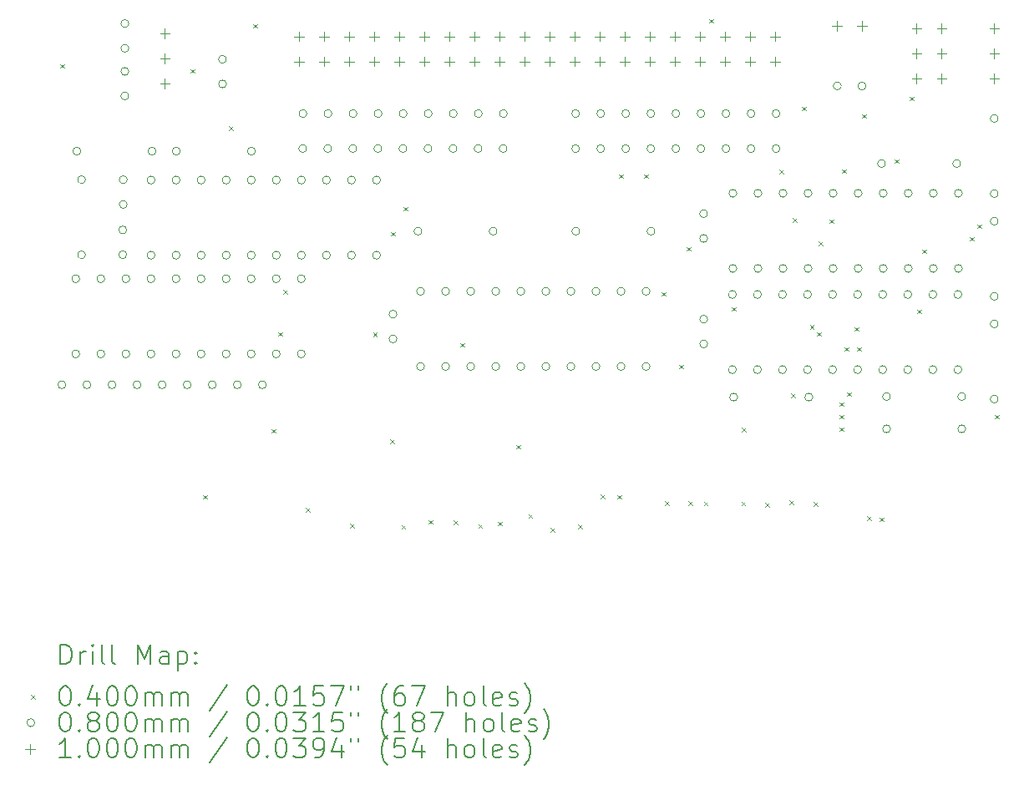
<source format=gbr>
%TF.GenerationSoftware,KiCad,Pcbnew,7.0.7*%
%TF.CreationDate,2023-11-09T10:03:33+00:00*%
%TF.ProjectId,MSX_FPGA_Hat,4d53585f-4650-4474-915f-4861742e6b69,1.5*%
%TF.SameCoordinates,Original*%
%TF.FileFunction,Drillmap*%
%TF.FilePolarity,Positive*%
%FSLAX45Y45*%
G04 Gerber Fmt 4.5, Leading zero omitted, Abs format (unit mm)*
G04 Created by KiCad (PCBNEW 7.0.7) date 2023-11-09 10:03:33*
%MOMM*%
%LPD*%
G01*
G04 APERTURE LIST*
%ADD10C,0.200000*%
%ADD11C,0.040000*%
%ADD12C,0.080000*%
%ADD13C,0.100000*%
G04 APERTURE END LIST*
D10*
D11*
X5517200Y-2850200D02*
X5557200Y-2890200D01*
X5557200Y-2850200D02*
X5517200Y-2890200D01*
X6838000Y-2901000D02*
X6878000Y-2941000D01*
X6878000Y-2901000D02*
X6838000Y-2941000D01*
X6965000Y-7219000D02*
X7005000Y-7259000D01*
X7005000Y-7219000D02*
X6965000Y-7259000D01*
X7226985Y-3481704D02*
X7266985Y-3521704D01*
X7266985Y-3481704D02*
X7226985Y-3521704D01*
X7473000Y-2443800D02*
X7513000Y-2483800D01*
X7513000Y-2443800D02*
X7473000Y-2483800D01*
X7656636Y-6550962D02*
X7696636Y-6590962D01*
X7696636Y-6550962D02*
X7656636Y-6590962D01*
X7727000Y-5568000D02*
X7767000Y-5608000D01*
X7767000Y-5568000D02*
X7727000Y-5608000D01*
X7779388Y-5142568D02*
X7819388Y-5182568D01*
X7819388Y-5142568D02*
X7779388Y-5182568D01*
X8008051Y-7350076D02*
X8048051Y-7390076D01*
X8048051Y-7350076D02*
X8008051Y-7390076D01*
X8452525Y-7510717D02*
X8492525Y-7550717D01*
X8492525Y-7510717D02*
X8452525Y-7550717D01*
X8687670Y-5573030D02*
X8727670Y-5613030D01*
X8727670Y-5573030D02*
X8687670Y-5613030D01*
X8860561Y-6656724D02*
X8900561Y-6696724D01*
X8900561Y-6656724D02*
X8860561Y-6696724D01*
X8870000Y-4552000D02*
X8910000Y-4592000D01*
X8910000Y-4552000D02*
X8870000Y-4592000D01*
X8976888Y-7523308D02*
X9016888Y-7563308D01*
X9016888Y-7523308D02*
X8976888Y-7563308D01*
X8996269Y-4298731D02*
X9036269Y-4338731D01*
X9036269Y-4298731D02*
X8996269Y-4338731D01*
X9251000Y-7473000D02*
X9291000Y-7513000D01*
X9291000Y-7473000D02*
X9251000Y-7513000D01*
X9503149Y-7474851D02*
X9543149Y-7514851D01*
X9543149Y-7474851D02*
X9503149Y-7514851D01*
X9571663Y-5678645D02*
X9611663Y-5718645D01*
X9611663Y-5678645D02*
X9571663Y-5718645D01*
X9754203Y-7514505D02*
X9794203Y-7554505D01*
X9794203Y-7514505D02*
X9754203Y-7554505D01*
X9953261Y-7489332D02*
X9993261Y-7529332D01*
X9993261Y-7489332D02*
X9953261Y-7529332D01*
X10140000Y-6711000D02*
X10180000Y-6751000D01*
X10180000Y-6711000D02*
X10140000Y-6751000D01*
X10262882Y-7414895D02*
X10302882Y-7454895D01*
X10302882Y-7414895D02*
X10262882Y-7454895D01*
X10488297Y-7555995D02*
X10528297Y-7595995D01*
X10528297Y-7555995D02*
X10488297Y-7595995D01*
X10768712Y-7520777D02*
X10808712Y-7560777D01*
X10808712Y-7520777D02*
X10768712Y-7560777D01*
X10992500Y-7217500D02*
X11032500Y-7257500D01*
X11032500Y-7217500D02*
X10992500Y-7257500D01*
X11167500Y-7220000D02*
X11207500Y-7260000D01*
X11207500Y-7220000D02*
X11167500Y-7260000D01*
X11181400Y-3967800D02*
X11221400Y-4007800D01*
X11221400Y-3967800D02*
X11181400Y-4007800D01*
X11435400Y-3967800D02*
X11475400Y-4007800D01*
X11475400Y-3967800D02*
X11435400Y-4007800D01*
X11613200Y-5161600D02*
X11653200Y-5201600D01*
X11653200Y-5161600D02*
X11613200Y-5201600D01*
X11650000Y-7282500D02*
X11690000Y-7322500D01*
X11690000Y-7282500D02*
X11650000Y-7322500D01*
X11794146Y-5897514D02*
X11834146Y-5937514D01*
X11834146Y-5897514D02*
X11794146Y-5937514D01*
X11867200Y-4704400D02*
X11907200Y-4744400D01*
X11907200Y-4704400D02*
X11867200Y-4744400D01*
X11885000Y-7285000D02*
X11925000Y-7325000D01*
X11925000Y-7285000D02*
X11885000Y-7325000D01*
X12040202Y-7287297D02*
X12080202Y-7327297D01*
X12080202Y-7287297D02*
X12040202Y-7327297D01*
X12095800Y-2393000D02*
X12135800Y-2433000D01*
X12135800Y-2393000D02*
X12095800Y-2433000D01*
X12324400Y-5314000D02*
X12364400Y-5354000D01*
X12364400Y-5314000D02*
X12324400Y-5354000D01*
X12422500Y-7287500D02*
X12462500Y-7327500D01*
X12462500Y-7287500D02*
X12422500Y-7327500D01*
X12426000Y-6540238D02*
X12466000Y-6580238D01*
X12466000Y-6540238D02*
X12426000Y-6580238D01*
X12665000Y-7297500D02*
X12705000Y-7337500D01*
X12705000Y-7297500D02*
X12665000Y-7337500D01*
X12807000Y-3920848D02*
X12847000Y-3960848D01*
X12847000Y-3920848D02*
X12807000Y-3960848D01*
X12907500Y-7275000D02*
X12947500Y-7315000D01*
X12947500Y-7275000D02*
X12907500Y-7315000D01*
X12927700Y-6190563D02*
X12967700Y-6230563D01*
X12967700Y-6190563D02*
X12927700Y-6230563D01*
X12940720Y-4410652D02*
X12980720Y-4450652D01*
X12980720Y-4410652D02*
X12940720Y-4450652D01*
X13035600Y-3282000D02*
X13075600Y-3322000D01*
X13075600Y-3282000D02*
X13035600Y-3322000D01*
X13117324Y-5495550D02*
X13157324Y-5535550D01*
X13157324Y-5495550D02*
X13117324Y-5535550D01*
X13152500Y-7290000D02*
X13192500Y-7330000D01*
X13192500Y-7290000D02*
X13152500Y-7330000D01*
X13188000Y-5568000D02*
X13228000Y-5608000D01*
X13228000Y-5568000D02*
X13188000Y-5608000D01*
X13207163Y-4649235D02*
X13247163Y-4689235D01*
X13247163Y-4649235D02*
X13207163Y-4689235D01*
X13315000Y-4425000D02*
X13355000Y-4465000D01*
X13355000Y-4425000D02*
X13315000Y-4465000D01*
X13416600Y-6279200D02*
X13456600Y-6319200D01*
X13456600Y-6279200D02*
X13416600Y-6319200D01*
X13416600Y-6406200D02*
X13456600Y-6446200D01*
X13456600Y-6406200D02*
X13416600Y-6446200D01*
X13416600Y-6533200D02*
X13456600Y-6573200D01*
X13456600Y-6533200D02*
X13416600Y-6573200D01*
X13442000Y-3917000D02*
X13482000Y-3957000D01*
X13482000Y-3917000D02*
X13442000Y-3957000D01*
X13467400Y-5720400D02*
X13507400Y-5760400D01*
X13507400Y-5720400D02*
X13467400Y-5760400D01*
X13492800Y-6177600D02*
X13532800Y-6217600D01*
X13532800Y-6177600D02*
X13492800Y-6217600D01*
X13569000Y-5517200D02*
X13609000Y-5557200D01*
X13609000Y-5517200D02*
X13569000Y-5557200D01*
X13594400Y-5720400D02*
X13634400Y-5760400D01*
X13634400Y-5720400D02*
X13594400Y-5760400D01*
X13645200Y-3358200D02*
X13685200Y-3398200D01*
X13685200Y-3358200D02*
X13645200Y-3398200D01*
X13696000Y-7436702D02*
X13736000Y-7476702D01*
X13736000Y-7436702D02*
X13696000Y-7476702D01*
X13823000Y-7447600D02*
X13863000Y-7487600D01*
X13863000Y-7447600D02*
X13823000Y-7487600D01*
X13975400Y-3815400D02*
X14015400Y-3855400D01*
X14015400Y-3815400D02*
X13975400Y-3855400D01*
X14127800Y-3180400D02*
X14167800Y-3220400D01*
X14167800Y-3180400D02*
X14127800Y-3220400D01*
X14204000Y-5339400D02*
X14244000Y-5379400D01*
X14244000Y-5339400D02*
X14204000Y-5379400D01*
X14254800Y-4729800D02*
X14294800Y-4769800D01*
X14294800Y-4729800D02*
X14254800Y-4769800D01*
X14737400Y-4602800D02*
X14777400Y-4642800D01*
X14777400Y-4602800D02*
X14737400Y-4642800D01*
X14813600Y-4475800D02*
X14853600Y-4515800D01*
X14853600Y-4475800D02*
X14813600Y-4515800D01*
X14991400Y-6406200D02*
X15031400Y-6446200D01*
X15031400Y-6406200D02*
X14991400Y-6446200D01*
D12*
X5574173Y-6101722D02*
G75*
G03*
X5574173Y-6101722I-40000J0D01*
G01*
X5714871Y-5027783D02*
G75*
G03*
X5714871Y-5027783I-40000J0D01*
G01*
X5714871Y-5789783D02*
G75*
G03*
X5714871Y-5789783I-40000J0D01*
G01*
X5726062Y-3733308D02*
G75*
G03*
X5726062Y-3733308I-40000J0D01*
G01*
X5773587Y-4022456D02*
G75*
G03*
X5773587Y-4022456I-40000J0D01*
G01*
X5773587Y-4784456D02*
G75*
G03*
X5773587Y-4784456I-40000J0D01*
G01*
X5828172Y-6101722D02*
G75*
G03*
X5828172Y-6101722I-40000J0D01*
G01*
X5968871Y-5027783D02*
G75*
G03*
X5968871Y-5027783I-40000J0D01*
G01*
X5968871Y-5789783D02*
G75*
G03*
X5968871Y-5789783I-40000J0D01*
G01*
X6082172Y-6101722D02*
G75*
G03*
X6082172Y-6101722I-40000J0D01*
G01*
X6190586Y-4532881D02*
G75*
G03*
X6190586Y-4532881I-40000J0D01*
G01*
X6190586Y-4782881D02*
G75*
G03*
X6190586Y-4782881I-40000J0D01*
G01*
X6196245Y-4023593D02*
G75*
G03*
X6196245Y-4023593I-40000J0D01*
G01*
X6196245Y-4273593D02*
G75*
G03*
X6196245Y-4273593I-40000J0D01*
G01*
X6212200Y-2440400D02*
G75*
G03*
X6212200Y-2440400I-40000J0D01*
G01*
X6212200Y-2690400D02*
G75*
G03*
X6212200Y-2690400I-40000J0D01*
G01*
X6212200Y-2925000D02*
G75*
G03*
X6212200Y-2925000I-40000J0D01*
G01*
X6212200Y-3175000D02*
G75*
G03*
X6212200Y-3175000I-40000J0D01*
G01*
X6222871Y-5027783D02*
G75*
G03*
X6222871Y-5027783I-40000J0D01*
G01*
X6222871Y-5789783D02*
G75*
G03*
X6222871Y-5789783I-40000J0D01*
G01*
X6336172Y-6101722D02*
G75*
G03*
X6336172Y-6101722I-40000J0D01*
G01*
X6476871Y-5027783D02*
G75*
G03*
X6476871Y-5027783I-40000J0D01*
G01*
X6476871Y-5789783D02*
G75*
G03*
X6476871Y-5789783I-40000J0D01*
G01*
X6478033Y-4026540D02*
G75*
G03*
X6478033Y-4026540I-40000J0D01*
G01*
X6478033Y-4788540D02*
G75*
G03*
X6478033Y-4788540I-40000J0D01*
G01*
X6488062Y-3733308D02*
G75*
G03*
X6488062Y-3733308I-40000J0D01*
G01*
X6590172Y-6101722D02*
G75*
G03*
X6590172Y-6101722I-40000J0D01*
G01*
X6730871Y-5027783D02*
G75*
G03*
X6730871Y-5027783I-40000J0D01*
G01*
X6730871Y-5789783D02*
G75*
G03*
X6730871Y-5789783I-40000J0D01*
G01*
X6732033Y-4026540D02*
G75*
G03*
X6732033Y-4026540I-40000J0D01*
G01*
X6732033Y-4788540D02*
G75*
G03*
X6732033Y-4788540I-40000J0D01*
G01*
X6733344Y-3733308D02*
G75*
G03*
X6733344Y-3733308I-40000J0D01*
G01*
X6844172Y-6101722D02*
G75*
G03*
X6844172Y-6101722I-40000J0D01*
G01*
X6984871Y-5027783D02*
G75*
G03*
X6984871Y-5027783I-40000J0D01*
G01*
X6984871Y-5789783D02*
G75*
G03*
X6984871Y-5789783I-40000J0D01*
G01*
X6986033Y-4026540D02*
G75*
G03*
X6986033Y-4026540I-40000J0D01*
G01*
X6986033Y-4788540D02*
G75*
G03*
X6986033Y-4788540I-40000J0D01*
G01*
X7098172Y-6101722D02*
G75*
G03*
X7098172Y-6101722I-40000J0D01*
G01*
X7202800Y-2802762D02*
G75*
G03*
X7202800Y-2802762I-40000J0D01*
G01*
X7202800Y-3052762D02*
G75*
G03*
X7202800Y-3052762I-40000J0D01*
G01*
X7238871Y-5027783D02*
G75*
G03*
X7238871Y-5027783I-40000J0D01*
G01*
X7238871Y-5789783D02*
G75*
G03*
X7238871Y-5789783I-40000J0D01*
G01*
X7240033Y-4026540D02*
G75*
G03*
X7240033Y-4026540I-40000J0D01*
G01*
X7240033Y-4788540D02*
G75*
G03*
X7240033Y-4788540I-40000J0D01*
G01*
X7352172Y-6101722D02*
G75*
G03*
X7352172Y-6101722I-40000J0D01*
G01*
X7492871Y-5027783D02*
G75*
G03*
X7492871Y-5027783I-40000J0D01*
G01*
X7492871Y-5789783D02*
G75*
G03*
X7492871Y-5789783I-40000J0D01*
G01*
X7494033Y-4026540D02*
G75*
G03*
X7494033Y-4026540I-40000J0D01*
G01*
X7494033Y-4788540D02*
G75*
G03*
X7494033Y-4788540I-40000J0D01*
G01*
X7495344Y-3733308D02*
G75*
G03*
X7495344Y-3733308I-40000J0D01*
G01*
X7606172Y-6101722D02*
G75*
G03*
X7606172Y-6101722I-40000J0D01*
G01*
X7746871Y-5027783D02*
G75*
G03*
X7746871Y-5027783I-40000J0D01*
G01*
X7746871Y-5789783D02*
G75*
G03*
X7746871Y-5789783I-40000J0D01*
G01*
X7748033Y-4026540D02*
G75*
G03*
X7748033Y-4026540I-40000J0D01*
G01*
X7748033Y-4788540D02*
G75*
G03*
X7748033Y-4788540I-40000J0D01*
G01*
X8000871Y-5027783D02*
G75*
G03*
X8000871Y-5027783I-40000J0D01*
G01*
X8000871Y-5789783D02*
G75*
G03*
X8000871Y-5789783I-40000J0D01*
G01*
X8002033Y-4026540D02*
G75*
G03*
X8002033Y-4026540I-40000J0D01*
G01*
X8002033Y-4788540D02*
G75*
G03*
X8002033Y-4788540I-40000J0D01*
G01*
X8015600Y-3708400D02*
G75*
G03*
X8015600Y-3708400I-40000J0D01*
G01*
X8017100Y-3352800D02*
G75*
G03*
X8017100Y-3352800I-40000J0D01*
G01*
X8256033Y-4026540D02*
G75*
G03*
X8256033Y-4026540I-40000J0D01*
G01*
X8256033Y-4788540D02*
G75*
G03*
X8256033Y-4788540I-40000J0D01*
G01*
X8269600Y-3708400D02*
G75*
G03*
X8269600Y-3708400I-40000J0D01*
G01*
X8271100Y-3352800D02*
G75*
G03*
X8271100Y-3352800I-40000J0D01*
G01*
X8510033Y-4026540D02*
G75*
G03*
X8510033Y-4026540I-40000J0D01*
G01*
X8510033Y-4788540D02*
G75*
G03*
X8510033Y-4788540I-40000J0D01*
G01*
X8523600Y-3708400D02*
G75*
G03*
X8523600Y-3708400I-40000J0D01*
G01*
X8525100Y-3352800D02*
G75*
G03*
X8525100Y-3352800I-40000J0D01*
G01*
X8764033Y-4026540D02*
G75*
G03*
X8764033Y-4026540I-40000J0D01*
G01*
X8764033Y-4788540D02*
G75*
G03*
X8764033Y-4788540I-40000J0D01*
G01*
X8777600Y-3708400D02*
G75*
G03*
X8777600Y-3708400I-40000J0D01*
G01*
X8779100Y-3352800D02*
G75*
G03*
X8779100Y-3352800I-40000J0D01*
G01*
X8930000Y-5386800D02*
G75*
G03*
X8930000Y-5386800I-40000J0D01*
G01*
X8930000Y-5636800D02*
G75*
G03*
X8930000Y-5636800I-40000J0D01*
G01*
X9031600Y-3708400D02*
G75*
G03*
X9031600Y-3708400I-40000J0D01*
G01*
X9033100Y-3352800D02*
G75*
G03*
X9033100Y-3352800I-40000J0D01*
G01*
X9184000Y-4546600D02*
G75*
G03*
X9184000Y-4546600I-40000J0D01*
G01*
X9209900Y-5155200D02*
G75*
G03*
X9209900Y-5155200I-40000J0D01*
G01*
X9209900Y-5917200D02*
G75*
G03*
X9209900Y-5917200I-40000J0D01*
G01*
X9285600Y-3708400D02*
G75*
G03*
X9285600Y-3708400I-40000J0D01*
G01*
X9287100Y-3352800D02*
G75*
G03*
X9287100Y-3352800I-40000J0D01*
G01*
X9463900Y-5155200D02*
G75*
G03*
X9463900Y-5155200I-40000J0D01*
G01*
X9463900Y-5917200D02*
G75*
G03*
X9463900Y-5917200I-40000J0D01*
G01*
X9539600Y-3708400D02*
G75*
G03*
X9539600Y-3708400I-40000J0D01*
G01*
X9541100Y-3352800D02*
G75*
G03*
X9541100Y-3352800I-40000J0D01*
G01*
X9717900Y-5155200D02*
G75*
G03*
X9717900Y-5155200I-40000J0D01*
G01*
X9717900Y-5917200D02*
G75*
G03*
X9717900Y-5917200I-40000J0D01*
G01*
X9793600Y-3708400D02*
G75*
G03*
X9793600Y-3708400I-40000J0D01*
G01*
X9795100Y-3352800D02*
G75*
G03*
X9795100Y-3352800I-40000J0D01*
G01*
X9946000Y-4546600D02*
G75*
G03*
X9946000Y-4546600I-40000J0D01*
G01*
X9971900Y-5155200D02*
G75*
G03*
X9971900Y-5155200I-40000J0D01*
G01*
X9971900Y-5917200D02*
G75*
G03*
X9971900Y-5917200I-40000J0D01*
G01*
X10047600Y-3708400D02*
G75*
G03*
X10047600Y-3708400I-40000J0D01*
G01*
X10049100Y-3352800D02*
G75*
G03*
X10049100Y-3352800I-40000J0D01*
G01*
X10225900Y-5155200D02*
G75*
G03*
X10225900Y-5155200I-40000J0D01*
G01*
X10225900Y-5917200D02*
G75*
G03*
X10225900Y-5917200I-40000J0D01*
G01*
X10479900Y-5155200D02*
G75*
G03*
X10479900Y-5155200I-40000J0D01*
G01*
X10479900Y-5917200D02*
G75*
G03*
X10479900Y-5917200I-40000J0D01*
G01*
X10733900Y-5155200D02*
G75*
G03*
X10733900Y-5155200I-40000J0D01*
G01*
X10733900Y-5917200D02*
G75*
G03*
X10733900Y-5917200I-40000J0D01*
G01*
X10782700Y-3352800D02*
G75*
G03*
X10782700Y-3352800I-40000J0D01*
G01*
X10782700Y-3708400D02*
G75*
G03*
X10782700Y-3708400I-40000J0D01*
G01*
X10784200Y-4546600D02*
G75*
G03*
X10784200Y-4546600I-40000J0D01*
G01*
X10987900Y-5155200D02*
G75*
G03*
X10987900Y-5155200I-40000J0D01*
G01*
X10987900Y-5917200D02*
G75*
G03*
X10987900Y-5917200I-40000J0D01*
G01*
X11036700Y-3352800D02*
G75*
G03*
X11036700Y-3352800I-40000J0D01*
G01*
X11036700Y-3708400D02*
G75*
G03*
X11036700Y-3708400I-40000J0D01*
G01*
X11241900Y-5155200D02*
G75*
G03*
X11241900Y-5155200I-40000J0D01*
G01*
X11241900Y-5917200D02*
G75*
G03*
X11241900Y-5917200I-40000J0D01*
G01*
X11290700Y-3352800D02*
G75*
G03*
X11290700Y-3352800I-40000J0D01*
G01*
X11290700Y-3708400D02*
G75*
G03*
X11290700Y-3708400I-40000J0D01*
G01*
X11495900Y-5155200D02*
G75*
G03*
X11495900Y-5155200I-40000J0D01*
G01*
X11495900Y-5917200D02*
G75*
G03*
X11495900Y-5917200I-40000J0D01*
G01*
X11544700Y-3352800D02*
G75*
G03*
X11544700Y-3352800I-40000J0D01*
G01*
X11544700Y-3708400D02*
G75*
G03*
X11544700Y-3708400I-40000J0D01*
G01*
X11546200Y-4546600D02*
G75*
G03*
X11546200Y-4546600I-40000J0D01*
G01*
X11798700Y-3352800D02*
G75*
G03*
X11798700Y-3352800I-40000J0D01*
G01*
X11798700Y-3708400D02*
G75*
G03*
X11798700Y-3708400I-40000J0D01*
G01*
X12052700Y-3352800D02*
G75*
G03*
X12052700Y-3352800I-40000J0D01*
G01*
X12052700Y-3708400D02*
G75*
G03*
X12052700Y-3708400I-40000J0D01*
G01*
X12079600Y-4368800D02*
G75*
G03*
X12079600Y-4368800I-40000J0D01*
G01*
X12079600Y-4618800D02*
G75*
G03*
X12079600Y-4618800I-40000J0D01*
G01*
X12079600Y-5437600D02*
G75*
G03*
X12079600Y-5437600I-40000J0D01*
G01*
X12079600Y-5687600D02*
G75*
G03*
X12079600Y-5687600I-40000J0D01*
G01*
X12306700Y-3352800D02*
G75*
G03*
X12306700Y-3352800I-40000J0D01*
G01*
X12306700Y-3708400D02*
G75*
G03*
X12306700Y-3708400I-40000J0D01*
G01*
X12370851Y-5186887D02*
G75*
G03*
X12370851Y-5186887I-40000J0D01*
G01*
X12370851Y-5948887D02*
G75*
G03*
X12370851Y-5948887I-40000J0D01*
G01*
X12376000Y-4160600D02*
G75*
G03*
X12376000Y-4160600I-40000J0D01*
G01*
X12376000Y-4922600D02*
G75*
G03*
X12376000Y-4922600I-40000J0D01*
G01*
X12383200Y-6228063D02*
G75*
G03*
X12383200Y-6228063I-40000J0D01*
G01*
X12560700Y-3352800D02*
G75*
G03*
X12560700Y-3352800I-40000J0D01*
G01*
X12560700Y-3708400D02*
G75*
G03*
X12560700Y-3708400I-40000J0D01*
G01*
X12624851Y-5186887D02*
G75*
G03*
X12624851Y-5186887I-40000J0D01*
G01*
X12624851Y-5948887D02*
G75*
G03*
X12624851Y-5948887I-40000J0D01*
G01*
X12630000Y-4160600D02*
G75*
G03*
X12630000Y-4160600I-40000J0D01*
G01*
X12630000Y-4922600D02*
G75*
G03*
X12630000Y-4922600I-40000J0D01*
G01*
X12814700Y-3352800D02*
G75*
G03*
X12814700Y-3352800I-40000J0D01*
G01*
X12814700Y-3708400D02*
G75*
G03*
X12814700Y-3708400I-40000J0D01*
G01*
X12878851Y-5186887D02*
G75*
G03*
X12878851Y-5186887I-40000J0D01*
G01*
X12878851Y-5948887D02*
G75*
G03*
X12878851Y-5948887I-40000J0D01*
G01*
X12884000Y-4160600D02*
G75*
G03*
X12884000Y-4160600I-40000J0D01*
G01*
X12884000Y-4922600D02*
G75*
G03*
X12884000Y-4922600I-40000J0D01*
G01*
X13132851Y-5186887D02*
G75*
G03*
X13132851Y-5186887I-40000J0D01*
G01*
X13132851Y-5948887D02*
G75*
G03*
X13132851Y-5948887I-40000J0D01*
G01*
X13138000Y-4160600D02*
G75*
G03*
X13138000Y-4160600I-40000J0D01*
G01*
X13138000Y-4922600D02*
G75*
G03*
X13138000Y-4922600I-40000J0D01*
G01*
X13145200Y-6228063D02*
G75*
G03*
X13145200Y-6228063I-40000J0D01*
G01*
X13386851Y-5186887D02*
G75*
G03*
X13386851Y-5186887I-40000J0D01*
G01*
X13386851Y-5948887D02*
G75*
G03*
X13386851Y-5948887I-40000J0D01*
G01*
X13392000Y-4160600D02*
G75*
G03*
X13392000Y-4160600I-40000J0D01*
G01*
X13392000Y-4922600D02*
G75*
G03*
X13392000Y-4922600I-40000J0D01*
G01*
X13434562Y-3073400D02*
G75*
G03*
X13434562Y-3073400I-40000J0D01*
G01*
X13640851Y-5186887D02*
G75*
G03*
X13640851Y-5186887I-40000J0D01*
G01*
X13640851Y-5948887D02*
G75*
G03*
X13640851Y-5948887I-40000J0D01*
G01*
X13646000Y-4160600D02*
G75*
G03*
X13646000Y-4160600I-40000J0D01*
G01*
X13646000Y-4922600D02*
G75*
G03*
X13646000Y-4922600I-40000J0D01*
G01*
X13684562Y-3073400D02*
G75*
G03*
X13684562Y-3073400I-40000J0D01*
G01*
X13883000Y-3860800D02*
G75*
G03*
X13883000Y-3860800I-40000J0D01*
G01*
X13894851Y-5186887D02*
G75*
G03*
X13894851Y-5186887I-40000J0D01*
G01*
X13894851Y-5948887D02*
G75*
G03*
X13894851Y-5948887I-40000J0D01*
G01*
X13900000Y-4160600D02*
G75*
G03*
X13900000Y-4160600I-40000J0D01*
G01*
X13900000Y-4922600D02*
G75*
G03*
X13900000Y-4922600I-40000J0D01*
G01*
X13933800Y-6223000D02*
G75*
G03*
X13933800Y-6223000I-40000J0D01*
G01*
X13933800Y-6550181D02*
G75*
G03*
X13933800Y-6550181I-40000J0D01*
G01*
X14148851Y-5186887D02*
G75*
G03*
X14148851Y-5186887I-40000J0D01*
G01*
X14148851Y-5948887D02*
G75*
G03*
X14148851Y-5948887I-40000J0D01*
G01*
X14154000Y-4160600D02*
G75*
G03*
X14154000Y-4160600I-40000J0D01*
G01*
X14154000Y-4922600D02*
G75*
G03*
X14154000Y-4922600I-40000J0D01*
G01*
X14402851Y-5186887D02*
G75*
G03*
X14402851Y-5186887I-40000J0D01*
G01*
X14402851Y-5948887D02*
G75*
G03*
X14402851Y-5948887I-40000J0D01*
G01*
X14408000Y-4160600D02*
G75*
G03*
X14408000Y-4160600I-40000J0D01*
G01*
X14408000Y-4922600D02*
G75*
G03*
X14408000Y-4922600I-40000J0D01*
G01*
X14645000Y-3860800D02*
G75*
G03*
X14645000Y-3860800I-40000J0D01*
G01*
X14656851Y-5186887D02*
G75*
G03*
X14656851Y-5186887I-40000J0D01*
G01*
X14656851Y-5948887D02*
G75*
G03*
X14656851Y-5948887I-40000J0D01*
G01*
X14662000Y-4160600D02*
G75*
G03*
X14662000Y-4160600I-40000J0D01*
G01*
X14662000Y-4922600D02*
G75*
G03*
X14662000Y-4922600I-40000J0D01*
G01*
X14695800Y-6223000D02*
G75*
G03*
X14695800Y-6223000I-40000J0D01*
G01*
X14695800Y-6550181D02*
G75*
G03*
X14695800Y-6550181I-40000J0D01*
G01*
X15026000Y-3403600D02*
G75*
G03*
X15026000Y-3403600I-40000J0D01*
G01*
X15026000Y-4165600D02*
G75*
G03*
X15026000Y-4165600I-40000J0D01*
G01*
X15026000Y-4445000D02*
G75*
G03*
X15026000Y-4445000I-40000J0D01*
G01*
X15026000Y-5207000D02*
G75*
G03*
X15026000Y-5207000I-40000J0D01*
G01*
X15026000Y-5486400D02*
G75*
G03*
X15026000Y-5486400I-40000J0D01*
G01*
X15026000Y-6248400D02*
G75*
G03*
X15026000Y-6248400I-40000J0D01*
G01*
D13*
X6578600Y-2490000D02*
X6578600Y-2590000D01*
X6528600Y-2540000D02*
X6628600Y-2540000D01*
X6578600Y-2744000D02*
X6578600Y-2844000D01*
X6528600Y-2794000D02*
X6628600Y-2794000D01*
X6578600Y-2998000D02*
X6578600Y-3098000D01*
X6528600Y-3048000D02*
X6628600Y-3048000D01*
X7937200Y-2520600D02*
X7937200Y-2620600D01*
X7887200Y-2570600D02*
X7987200Y-2570600D01*
X7937200Y-2774600D02*
X7937200Y-2874600D01*
X7887200Y-2824600D02*
X7987200Y-2824600D01*
X8191200Y-2520600D02*
X8191200Y-2620600D01*
X8141200Y-2570600D02*
X8241200Y-2570600D01*
X8191200Y-2774600D02*
X8191200Y-2874600D01*
X8141200Y-2824600D02*
X8241200Y-2824600D01*
X8445200Y-2520600D02*
X8445200Y-2620600D01*
X8395200Y-2570600D02*
X8495200Y-2570600D01*
X8445200Y-2774600D02*
X8445200Y-2874600D01*
X8395200Y-2824600D02*
X8495200Y-2824600D01*
X8699200Y-2520600D02*
X8699200Y-2620600D01*
X8649200Y-2570600D02*
X8749200Y-2570600D01*
X8699200Y-2774600D02*
X8699200Y-2874600D01*
X8649200Y-2824600D02*
X8749200Y-2824600D01*
X8953200Y-2520600D02*
X8953200Y-2620600D01*
X8903200Y-2570600D02*
X9003200Y-2570600D01*
X8953200Y-2774600D02*
X8953200Y-2874600D01*
X8903200Y-2824600D02*
X9003200Y-2824600D01*
X9207200Y-2520600D02*
X9207200Y-2620600D01*
X9157200Y-2570600D02*
X9257200Y-2570600D01*
X9207200Y-2774600D02*
X9207200Y-2874600D01*
X9157200Y-2824600D02*
X9257200Y-2824600D01*
X9461200Y-2520600D02*
X9461200Y-2620600D01*
X9411200Y-2570600D02*
X9511200Y-2570600D01*
X9461200Y-2774600D02*
X9461200Y-2874600D01*
X9411200Y-2824600D02*
X9511200Y-2824600D01*
X9715200Y-2520600D02*
X9715200Y-2620600D01*
X9665200Y-2570600D02*
X9765200Y-2570600D01*
X9715200Y-2774600D02*
X9715200Y-2874600D01*
X9665200Y-2824600D02*
X9765200Y-2824600D01*
X9969200Y-2520600D02*
X9969200Y-2620600D01*
X9919200Y-2570600D02*
X10019200Y-2570600D01*
X9969200Y-2774600D02*
X9969200Y-2874600D01*
X9919200Y-2824600D02*
X10019200Y-2824600D01*
X10223200Y-2520600D02*
X10223200Y-2620600D01*
X10173200Y-2570600D02*
X10273200Y-2570600D01*
X10223200Y-2774600D02*
X10223200Y-2874600D01*
X10173200Y-2824600D02*
X10273200Y-2824600D01*
X10477200Y-2520600D02*
X10477200Y-2620600D01*
X10427200Y-2570600D02*
X10527200Y-2570600D01*
X10477200Y-2774600D02*
X10477200Y-2874600D01*
X10427200Y-2824600D02*
X10527200Y-2824600D01*
X10731200Y-2520600D02*
X10731200Y-2620600D01*
X10681200Y-2570600D02*
X10781200Y-2570600D01*
X10731200Y-2774600D02*
X10731200Y-2874600D01*
X10681200Y-2824600D02*
X10781200Y-2824600D01*
X10985200Y-2520600D02*
X10985200Y-2620600D01*
X10935200Y-2570600D02*
X11035200Y-2570600D01*
X10985200Y-2774600D02*
X10985200Y-2874600D01*
X10935200Y-2824600D02*
X11035200Y-2824600D01*
X11239200Y-2520600D02*
X11239200Y-2620600D01*
X11189200Y-2570600D02*
X11289200Y-2570600D01*
X11239200Y-2774600D02*
X11239200Y-2874600D01*
X11189200Y-2824600D02*
X11289200Y-2824600D01*
X11493200Y-2520600D02*
X11493200Y-2620600D01*
X11443200Y-2570600D02*
X11543200Y-2570600D01*
X11493200Y-2774600D02*
X11493200Y-2874600D01*
X11443200Y-2824600D02*
X11543200Y-2824600D01*
X11747200Y-2520600D02*
X11747200Y-2620600D01*
X11697200Y-2570600D02*
X11797200Y-2570600D01*
X11747200Y-2774600D02*
X11747200Y-2874600D01*
X11697200Y-2824600D02*
X11797200Y-2824600D01*
X12001200Y-2520600D02*
X12001200Y-2620600D01*
X11951200Y-2570600D02*
X12051200Y-2570600D01*
X12001200Y-2774600D02*
X12001200Y-2874600D01*
X11951200Y-2824600D02*
X12051200Y-2824600D01*
X12255200Y-2520600D02*
X12255200Y-2620600D01*
X12205200Y-2570600D02*
X12305200Y-2570600D01*
X12255200Y-2774600D02*
X12255200Y-2874600D01*
X12205200Y-2824600D02*
X12305200Y-2824600D01*
X12509200Y-2520600D02*
X12509200Y-2620600D01*
X12459200Y-2570600D02*
X12559200Y-2570600D01*
X12509200Y-2774600D02*
X12509200Y-2874600D01*
X12459200Y-2824600D02*
X12559200Y-2824600D01*
X12763200Y-2520600D02*
X12763200Y-2620600D01*
X12713200Y-2570600D02*
X12813200Y-2570600D01*
X12763200Y-2774600D02*
X12763200Y-2874600D01*
X12713200Y-2824600D02*
X12813200Y-2824600D01*
X13387800Y-2411300D02*
X13387800Y-2511300D01*
X13337800Y-2461300D02*
X13437800Y-2461300D01*
X13641800Y-2411300D02*
X13641800Y-2511300D01*
X13591800Y-2461300D02*
X13691800Y-2461300D01*
X14198600Y-2438700D02*
X14198600Y-2538700D01*
X14148600Y-2488700D02*
X14248600Y-2488700D01*
X14198600Y-2692700D02*
X14198600Y-2792700D01*
X14148600Y-2742700D02*
X14248600Y-2742700D01*
X14198600Y-2946700D02*
X14198600Y-3046700D01*
X14148600Y-2996700D02*
X14248600Y-2996700D01*
X14452600Y-2438700D02*
X14452600Y-2538700D01*
X14402600Y-2488700D02*
X14502600Y-2488700D01*
X14452600Y-2692700D02*
X14452600Y-2792700D01*
X14402600Y-2742700D02*
X14502600Y-2742700D01*
X14452600Y-2946700D02*
X14452600Y-3046700D01*
X14402600Y-2996700D02*
X14502600Y-2996700D01*
X14986000Y-2440700D02*
X14986000Y-2540700D01*
X14936000Y-2490700D02*
X15036000Y-2490700D01*
X14986000Y-2694700D02*
X14986000Y-2794700D01*
X14936000Y-2744700D02*
X15036000Y-2744700D01*
X14986000Y-2948700D02*
X14986000Y-3048700D01*
X14936000Y-2998700D02*
X15036000Y-2998700D01*
D10*
X5519777Y-8936564D02*
X5519777Y-8736564D01*
X5519777Y-8736564D02*
X5567396Y-8736564D01*
X5567396Y-8736564D02*
X5595967Y-8746088D01*
X5595967Y-8746088D02*
X5615015Y-8765136D01*
X5615015Y-8765136D02*
X5624539Y-8784183D01*
X5624539Y-8784183D02*
X5634062Y-8822279D01*
X5634062Y-8822279D02*
X5634062Y-8850850D01*
X5634062Y-8850850D02*
X5624539Y-8888945D01*
X5624539Y-8888945D02*
X5615015Y-8907993D01*
X5615015Y-8907993D02*
X5595967Y-8927041D01*
X5595967Y-8927041D02*
X5567396Y-8936564D01*
X5567396Y-8936564D02*
X5519777Y-8936564D01*
X5719777Y-8936564D02*
X5719777Y-8803231D01*
X5719777Y-8841326D02*
X5729301Y-8822279D01*
X5729301Y-8822279D02*
X5738824Y-8812755D01*
X5738824Y-8812755D02*
X5757872Y-8803231D01*
X5757872Y-8803231D02*
X5776920Y-8803231D01*
X5843586Y-8936564D02*
X5843586Y-8803231D01*
X5843586Y-8736564D02*
X5834062Y-8746088D01*
X5834062Y-8746088D02*
X5843586Y-8755612D01*
X5843586Y-8755612D02*
X5853110Y-8746088D01*
X5853110Y-8746088D02*
X5843586Y-8736564D01*
X5843586Y-8736564D02*
X5843586Y-8755612D01*
X5967396Y-8936564D02*
X5948348Y-8927041D01*
X5948348Y-8927041D02*
X5938824Y-8907993D01*
X5938824Y-8907993D02*
X5938824Y-8736564D01*
X6072158Y-8936564D02*
X6053110Y-8927041D01*
X6053110Y-8927041D02*
X6043586Y-8907993D01*
X6043586Y-8907993D02*
X6043586Y-8736564D01*
X6300729Y-8936564D02*
X6300729Y-8736564D01*
X6300729Y-8736564D02*
X6367396Y-8879422D01*
X6367396Y-8879422D02*
X6434062Y-8736564D01*
X6434062Y-8736564D02*
X6434062Y-8936564D01*
X6615015Y-8936564D02*
X6615015Y-8831803D01*
X6615015Y-8831803D02*
X6605491Y-8812755D01*
X6605491Y-8812755D02*
X6586443Y-8803231D01*
X6586443Y-8803231D02*
X6548348Y-8803231D01*
X6548348Y-8803231D02*
X6529301Y-8812755D01*
X6615015Y-8927041D02*
X6595967Y-8936564D01*
X6595967Y-8936564D02*
X6548348Y-8936564D01*
X6548348Y-8936564D02*
X6529301Y-8927041D01*
X6529301Y-8927041D02*
X6519777Y-8907993D01*
X6519777Y-8907993D02*
X6519777Y-8888945D01*
X6519777Y-8888945D02*
X6529301Y-8869898D01*
X6529301Y-8869898D02*
X6548348Y-8860374D01*
X6548348Y-8860374D02*
X6595967Y-8860374D01*
X6595967Y-8860374D02*
X6615015Y-8850850D01*
X6710253Y-8803231D02*
X6710253Y-9003231D01*
X6710253Y-8812755D02*
X6729301Y-8803231D01*
X6729301Y-8803231D02*
X6767396Y-8803231D01*
X6767396Y-8803231D02*
X6786443Y-8812755D01*
X6786443Y-8812755D02*
X6795967Y-8822279D01*
X6795967Y-8822279D02*
X6805491Y-8841326D01*
X6805491Y-8841326D02*
X6805491Y-8898469D01*
X6805491Y-8898469D02*
X6795967Y-8917517D01*
X6795967Y-8917517D02*
X6786443Y-8927041D01*
X6786443Y-8927041D02*
X6767396Y-8936564D01*
X6767396Y-8936564D02*
X6729301Y-8936564D01*
X6729301Y-8936564D02*
X6710253Y-8927041D01*
X6891205Y-8917517D02*
X6900729Y-8927041D01*
X6900729Y-8927041D02*
X6891205Y-8936564D01*
X6891205Y-8936564D02*
X6881682Y-8927041D01*
X6881682Y-8927041D02*
X6891205Y-8917517D01*
X6891205Y-8917517D02*
X6891205Y-8936564D01*
X6891205Y-8812755D02*
X6900729Y-8822279D01*
X6900729Y-8822279D02*
X6891205Y-8831803D01*
X6891205Y-8831803D02*
X6881682Y-8822279D01*
X6881682Y-8822279D02*
X6891205Y-8812755D01*
X6891205Y-8812755D02*
X6891205Y-8831803D01*
D11*
X5219000Y-9245081D02*
X5259000Y-9285081D01*
X5259000Y-9245081D02*
X5219000Y-9285081D01*
D10*
X5557872Y-9156564D02*
X5576920Y-9156564D01*
X5576920Y-9156564D02*
X5595967Y-9166088D01*
X5595967Y-9166088D02*
X5605491Y-9175612D01*
X5605491Y-9175612D02*
X5615015Y-9194660D01*
X5615015Y-9194660D02*
X5624539Y-9232755D01*
X5624539Y-9232755D02*
X5624539Y-9280374D01*
X5624539Y-9280374D02*
X5615015Y-9318469D01*
X5615015Y-9318469D02*
X5605491Y-9337517D01*
X5605491Y-9337517D02*
X5595967Y-9347041D01*
X5595967Y-9347041D02*
X5576920Y-9356564D01*
X5576920Y-9356564D02*
X5557872Y-9356564D01*
X5557872Y-9356564D02*
X5538824Y-9347041D01*
X5538824Y-9347041D02*
X5529301Y-9337517D01*
X5529301Y-9337517D02*
X5519777Y-9318469D01*
X5519777Y-9318469D02*
X5510253Y-9280374D01*
X5510253Y-9280374D02*
X5510253Y-9232755D01*
X5510253Y-9232755D02*
X5519777Y-9194660D01*
X5519777Y-9194660D02*
X5529301Y-9175612D01*
X5529301Y-9175612D02*
X5538824Y-9166088D01*
X5538824Y-9166088D02*
X5557872Y-9156564D01*
X5710253Y-9337517D02*
X5719777Y-9347041D01*
X5719777Y-9347041D02*
X5710253Y-9356564D01*
X5710253Y-9356564D02*
X5700729Y-9347041D01*
X5700729Y-9347041D02*
X5710253Y-9337517D01*
X5710253Y-9337517D02*
X5710253Y-9356564D01*
X5891205Y-9223231D02*
X5891205Y-9356564D01*
X5843586Y-9147041D02*
X5795967Y-9289898D01*
X5795967Y-9289898D02*
X5919777Y-9289898D01*
X6034062Y-9156564D02*
X6053110Y-9156564D01*
X6053110Y-9156564D02*
X6072158Y-9166088D01*
X6072158Y-9166088D02*
X6081682Y-9175612D01*
X6081682Y-9175612D02*
X6091205Y-9194660D01*
X6091205Y-9194660D02*
X6100729Y-9232755D01*
X6100729Y-9232755D02*
X6100729Y-9280374D01*
X6100729Y-9280374D02*
X6091205Y-9318469D01*
X6091205Y-9318469D02*
X6081682Y-9337517D01*
X6081682Y-9337517D02*
X6072158Y-9347041D01*
X6072158Y-9347041D02*
X6053110Y-9356564D01*
X6053110Y-9356564D02*
X6034062Y-9356564D01*
X6034062Y-9356564D02*
X6015015Y-9347041D01*
X6015015Y-9347041D02*
X6005491Y-9337517D01*
X6005491Y-9337517D02*
X5995967Y-9318469D01*
X5995967Y-9318469D02*
X5986443Y-9280374D01*
X5986443Y-9280374D02*
X5986443Y-9232755D01*
X5986443Y-9232755D02*
X5995967Y-9194660D01*
X5995967Y-9194660D02*
X6005491Y-9175612D01*
X6005491Y-9175612D02*
X6015015Y-9166088D01*
X6015015Y-9166088D02*
X6034062Y-9156564D01*
X6224539Y-9156564D02*
X6243586Y-9156564D01*
X6243586Y-9156564D02*
X6262634Y-9166088D01*
X6262634Y-9166088D02*
X6272158Y-9175612D01*
X6272158Y-9175612D02*
X6281682Y-9194660D01*
X6281682Y-9194660D02*
X6291205Y-9232755D01*
X6291205Y-9232755D02*
X6291205Y-9280374D01*
X6291205Y-9280374D02*
X6281682Y-9318469D01*
X6281682Y-9318469D02*
X6272158Y-9337517D01*
X6272158Y-9337517D02*
X6262634Y-9347041D01*
X6262634Y-9347041D02*
X6243586Y-9356564D01*
X6243586Y-9356564D02*
X6224539Y-9356564D01*
X6224539Y-9356564D02*
X6205491Y-9347041D01*
X6205491Y-9347041D02*
X6195967Y-9337517D01*
X6195967Y-9337517D02*
X6186443Y-9318469D01*
X6186443Y-9318469D02*
X6176920Y-9280374D01*
X6176920Y-9280374D02*
X6176920Y-9232755D01*
X6176920Y-9232755D02*
X6186443Y-9194660D01*
X6186443Y-9194660D02*
X6195967Y-9175612D01*
X6195967Y-9175612D02*
X6205491Y-9166088D01*
X6205491Y-9166088D02*
X6224539Y-9156564D01*
X6376920Y-9356564D02*
X6376920Y-9223231D01*
X6376920Y-9242279D02*
X6386443Y-9232755D01*
X6386443Y-9232755D02*
X6405491Y-9223231D01*
X6405491Y-9223231D02*
X6434063Y-9223231D01*
X6434063Y-9223231D02*
X6453110Y-9232755D01*
X6453110Y-9232755D02*
X6462634Y-9251803D01*
X6462634Y-9251803D02*
X6462634Y-9356564D01*
X6462634Y-9251803D02*
X6472158Y-9232755D01*
X6472158Y-9232755D02*
X6491205Y-9223231D01*
X6491205Y-9223231D02*
X6519777Y-9223231D01*
X6519777Y-9223231D02*
X6538824Y-9232755D01*
X6538824Y-9232755D02*
X6548348Y-9251803D01*
X6548348Y-9251803D02*
X6548348Y-9356564D01*
X6643586Y-9356564D02*
X6643586Y-9223231D01*
X6643586Y-9242279D02*
X6653110Y-9232755D01*
X6653110Y-9232755D02*
X6672158Y-9223231D01*
X6672158Y-9223231D02*
X6700729Y-9223231D01*
X6700729Y-9223231D02*
X6719777Y-9232755D01*
X6719777Y-9232755D02*
X6729301Y-9251803D01*
X6729301Y-9251803D02*
X6729301Y-9356564D01*
X6729301Y-9251803D02*
X6738824Y-9232755D01*
X6738824Y-9232755D02*
X6757872Y-9223231D01*
X6757872Y-9223231D02*
X6786443Y-9223231D01*
X6786443Y-9223231D02*
X6805491Y-9232755D01*
X6805491Y-9232755D02*
X6815015Y-9251803D01*
X6815015Y-9251803D02*
X6815015Y-9356564D01*
X7205491Y-9147041D02*
X7034063Y-9404183D01*
X7462634Y-9156564D02*
X7481682Y-9156564D01*
X7481682Y-9156564D02*
X7500729Y-9166088D01*
X7500729Y-9166088D02*
X7510253Y-9175612D01*
X7510253Y-9175612D02*
X7519777Y-9194660D01*
X7519777Y-9194660D02*
X7529301Y-9232755D01*
X7529301Y-9232755D02*
X7529301Y-9280374D01*
X7529301Y-9280374D02*
X7519777Y-9318469D01*
X7519777Y-9318469D02*
X7510253Y-9337517D01*
X7510253Y-9337517D02*
X7500729Y-9347041D01*
X7500729Y-9347041D02*
X7481682Y-9356564D01*
X7481682Y-9356564D02*
X7462634Y-9356564D01*
X7462634Y-9356564D02*
X7443586Y-9347041D01*
X7443586Y-9347041D02*
X7434063Y-9337517D01*
X7434063Y-9337517D02*
X7424539Y-9318469D01*
X7424539Y-9318469D02*
X7415015Y-9280374D01*
X7415015Y-9280374D02*
X7415015Y-9232755D01*
X7415015Y-9232755D02*
X7424539Y-9194660D01*
X7424539Y-9194660D02*
X7434063Y-9175612D01*
X7434063Y-9175612D02*
X7443586Y-9166088D01*
X7443586Y-9166088D02*
X7462634Y-9156564D01*
X7615015Y-9337517D02*
X7624539Y-9347041D01*
X7624539Y-9347041D02*
X7615015Y-9356564D01*
X7615015Y-9356564D02*
X7605491Y-9347041D01*
X7605491Y-9347041D02*
X7615015Y-9337517D01*
X7615015Y-9337517D02*
X7615015Y-9356564D01*
X7748348Y-9156564D02*
X7767396Y-9156564D01*
X7767396Y-9156564D02*
X7786444Y-9166088D01*
X7786444Y-9166088D02*
X7795967Y-9175612D01*
X7795967Y-9175612D02*
X7805491Y-9194660D01*
X7805491Y-9194660D02*
X7815015Y-9232755D01*
X7815015Y-9232755D02*
X7815015Y-9280374D01*
X7815015Y-9280374D02*
X7805491Y-9318469D01*
X7805491Y-9318469D02*
X7795967Y-9337517D01*
X7795967Y-9337517D02*
X7786444Y-9347041D01*
X7786444Y-9347041D02*
X7767396Y-9356564D01*
X7767396Y-9356564D02*
X7748348Y-9356564D01*
X7748348Y-9356564D02*
X7729301Y-9347041D01*
X7729301Y-9347041D02*
X7719777Y-9337517D01*
X7719777Y-9337517D02*
X7710253Y-9318469D01*
X7710253Y-9318469D02*
X7700729Y-9280374D01*
X7700729Y-9280374D02*
X7700729Y-9232755D01*
X7700729Y-9232755D02*
X7710253Y-9194660D01*
X7710253Y-9194660D02*
X7719777Y-9175612D01*
X7719777Y-9175612D02*
X7729301Y-9166088D01*
X7729301Y-9166088D02*
X7748348Y-9156564D01*
X8005491Y-9356564D02*
X7891206Y-9356564D01*
X7948348Y-9356564D02*
X7948348Y-9156564D01*
X7948348Y-9156564D02*
X7929301Y-9185136D01*
X7929301Y-9185136D02*
X7910253Y-9204183D01*
X7910253Y-9204183D02*
X7891206Y-9213707D01*
X8186444Y-9156564D02*
X8091206Y-9156564D01*
X8091206Y-9156564D02*
X8081682Y-9251803D01*
X8081682Y-9251803D02*
X8091206Y-9242279D01*
X8091206Y-9242279D02*
X8110253Y-9232755D01*
X8110253Y-9232755D02*
X8157872Y-9232755D01*
X8157872Y-9232755D02*
X8176920Y-9242279D01*
X8176920Y-9242279D02*
X8186444Y-9251803D01*
X8186444Y-9251803D02*
X8195967Y-9270850D01*
X8195967Y-9270850D02*
X8195967Y-9318469D01*
X8195967Y-9318469D02*
X8186444Y-9337517D01*
X8186444Y-9337517D02*
X8176920Y-9347041D01*
X8176920Y-9347041D02*
X8157872Y-9356564D01*
X8157872Y-9356564D02*
X8110253Y-9356564D01*
X8110253Y-9356564D02*
X8091206Y-9347041D01*
X8091206Y-9347041D02*
X8081682Y-9337517D01*
X8262634Y-9156564D02*
X8395968Y-9156564D01*
X8395968Y-9156564D02*
X8310253Y-9356564D01*
X8462634Y-9156564D02*
X8462634Y-9194660D01*
X8538825Y-9156564D02*
X8538825Y-9194660D01*
X8834063Y-9432755D02*
X8824539Y-9423231D01*
X8824539Y-9423231D02*
X8805491Y-9394660D01*
X8805491Y-9394660D02*
X8795968Y-9375612D01*
X8795968Y-9375612D02*
X8786444Y-9347041D01*
X8786444Y-9347041D02*
X8776920Y-9299422D01*
X8776920Y-9299422D02*
X8776920Y-9261326D01*
X8776920Y-9261326D02*
X8786444Y-9213707D01*
X8786444Y-9213707D02*
X8795968Y-9185136D01*
X8795968Y-9185136D02*
X8805491Y-9166088D01*
X8805491Y-9166088D02*
X8824539Y-9137517D01*
X8824539Y-9137517D02*
X8834063Y-9127993D01*
X8995968Y-9156564D02*
X8957872Y-9156564D01*
X8957872Y-9156564D02*
X8938825Y-9166088D01*
X8938825Y-9166088D02*
X8929301Y-9175612D01*
X8929301Y-9175612D02*
X8910253Y-9204183D01*
X8910253Y-9204183D02*
X8900730Y-9242279D01*
X8900730Y-9242279D02*
X8900730Y-9318469D01*
X8900730Y-9318469D02*
X8910253Y-9337517D01*
X8910253Y-9337517D02*
X8919777Y-9347041D01*
X8919777Y-9347041D02*
X8938825Y-9356564D01*
X8938825Y-9356564D02*
X8976920Y-9356564D01*
X8976920Y-9356564D02*
X8995968Y-9347041D01*
X8995968Y-9347041D02*
X9005491Y-9337517D01*
X9005491Y-9337517D02*
X9015015Y-9318469D01*
X9015015Y-9318469D02*
X9015015Y-9270850D01*
X9015015Y-9270850D02*
X9005491Y-9251803D01*
X9005491Y-9251803D02*
X8995968Y-9242279D01*
X8995968Y-9242279D02*
X8976920Y-9232755D01*
X8976920Y-9232755D02*
X8938825Y-9232755D01*
X8938825Y-9232755D02*
X8919777Y-9242279D01*
X8919777Y-9242279D02*
X8910253Y-9251803D01*
X8910253Y-9251803D02*
X8900730Y-9270850D01*
X9081682Y-9156564D02*
X9215015Y-9156564D01*
X9215015Y-9156564D02*
X9129301Y-9356564D01*
X9443587Y-9356564D02*
X9443587Y-9156564D01*
X9529301Y-9356564D02*
X9529301Y-9251803D01*
X9529301Y-9251803D02*
X9519777Y-9232755D01*
X9519777Y-9232755D02*
X9500730Y-9223231D01*
X9500730Y-9223231D02*
X9472158Y-9223231D01*
X9472158Y-9223231D02*
X9453111Y-9232755D01*
X9453111Y-9232755D02*
X9443587Y-9242279D01*
X9653111Y-9356564D02*
X9634063Y-9347041D01*
X9634063Y-9347041D02*
X9624539Y-9337517D01*
X9624539Y-9337517D02*
X9615015Y-9318469D01*
X9615015Y-9318469D02*
X9615015Y-9261326D01*
X9615015Y-9261326D02*
X9624539Y-9242279D01*
X9624539Y-9242279D02*
X9634063Y-9232755D01*
X9634063Y-9232755D02*
X9653111Y-9223231D01*
X9653111Y-9223231D02*
X9681682Y-9223231D01*
X9681682Y-9223231D02*
X9700730Y-9232755D01*
X9700730Y-9232755D02*
X9710253Y-9242279D01*
X9710253Y-9242279D02*
X9719777Y-9261326D01*
X9719777Y-9261326D02*
X9719777Y-9318469D01*
X9719777Y-9318469D02*
X9710253Y-9337517D01*
X9710253Y-9337517D02*
X9700730Y-9347041D01*
X9700730Y-9347041D02*
X9681682Y-9356564D01*
X9681682Y-9356564D02*
X9653111Y-9356564D01*
X9834063Y-9356564D02*
X9815015Y-9347041D01*
X9815015Y-9347041D02*
X9805492Y-9327993D01*
X9805492Y-9327993D02*
X9805492Y-9156564D01*
X9986444Y-9347041D02*
X9967396Y-9356564D01*
X9967396Y-9356564D02*
X9929301Y-9356564D01*
X9929301Y-9356564D02*
X9910253Y-9347041D01*
X9910253Y-9347041D02*
X9900730Y-9327993D01*
X9900730Y-9327993D02*
X9900730Y-9251803D01*
X9900730Y-9251803D02*
X9910253Y-9232755D01*
X9910253Y-9232755D02*
X9929301Y-9223231D01*
X9929301Y-9223231D02*
X9967396Y-9223231D01*
X9967396Y-9223231D02*
X9986444Y-9232755D01*
X9986444Y-9232755D02*
X9995968Y-9251803D01*
X9995968Y-9251803D02*
X9995968Y-9270850D01*
X9995968Y-9270850D02*
X9900730Y-9289898D01*
X10072158Y-9347041D02*
X10091206Y-9356564D01*
X10091206Y-9356564D02*
X10129301Y-9356564D01*
X10129301Y-9356564D02*
X10148349Y-9347041D01*
X10148349Y-9347041D02*
X10157873Y-9327993D01*
X10157873Y-9327993D02*
X10157873Y-9318469D01*
X10157873Y-9318469D02*
X10148349Y-9299422D01*
X10148349Y-9299422D02*
X10129301Y-9289898D01*
X10129301Y-9289898D02*
X10100730Y-9289898D01*
X10100730Y-9289898D02*
X10081682Y-9280374D01*
X10081682Y-9280374D02*
X10072158Y-9261326D01*
X10072158Y-9261326D02*
X10072158Y-9251803D01*
X10072158Y-9251803D02*
X10081682Y-9232755D01*
X10081682Y-9232755D02*
X10100730Y-9223231D01*
X10100730Y-9223231D02*
X10129301Y-9223231D01*
X10129301Y-9223231D02*
X10148349Y-9232755D01*
X10224539Y-9432755D02*
X10234063Y-9423231D01*
X10234063Y-9423231D02*
X10253111Y-9394660D01*
X10253111Y-9394660D02*
X10262634Y-9375612D01*
X10262634Y-9375612D02*
X10272158Y-9347041D01*
X10272158Y-9347041D02*
X10281682Y-9299422D01*
X10281682Y-9299422D02*
X10281682Y-9261326D01*
X10281682Y-9261326D02*
X10272158Y-9213707D01*
X10272158Y-9213707D02*
X10262634Y-9185136D01*
X10262634Y-9185136D02*
X10253111Y-9166088D01*
X10253111Y-9166088D02*
X10234063Y-9137517D01*
X10234063Y-9137517D02*
X10224539Y-9127993D01*
D12*
X5259000Y-9529081D02*
G75*
G03*
X5259000Y-9529081I-40000J0D01*
G01*
D10*
X5557872Y-9420564D02*
X5576920Y-9420564D01*
X5576920Y-9420564D02*
X5595967Y-9430088D01*
X5595967Y-9430088D02*
X5605491Y-9439612D01*
X5605491Y-9439612D02*
X5615015Y-9458660D01*
X5615015Y-9458660D02*
X5624539Y-9496755D01*
X5624539Y-9496755D02*
X5624539Y-9544374D01*
X5624539Y-9544374D02*
X5615015Y-9582469D01*
X5615015Y-9582469D02*
X5605491Y-9601517D01*
X5605491Y-9601517D02*
X5595967Y-9611041D01*
X5595967Y-9611041D02*
X5576920Y-9620564D01*
X5576920Y-9620564D02*
X5557872Y-9620564D01*
X5557872Y-9620564D02*
X5538824Y-9611041D01*
X5538824Y-9611041D02*
X5529301Y-9601517D01*
X5529301Y-9601517D02*
X5519777Y-9582469D01*
X5519777Y-9582469D02*
X5510253Y-9544374D01*
X5510253Y-9544374D02*
X5510253Y-9496755D01*
X5510253Y-9496755D02*
X5519777Y-9458660D01*
X5519777Y-9458660D02*
X5529301Y-9439612D01*
X5529301Y-9439612D02*
X5538824Y-9430088D01*
X5538824Y-9430088D02*
X5557872Y-9420564D01*
X5710253Y-9601517D02*
X5719777Y-9611041D01*
X5719777Y-9611041D02*
X5710253Y-9620564D01*
X5710253Y-9620564D02*
X5700729Y-9611041D01*
X5700729Y-9611041D02*
X5710253Y-9601517D01*
X5710253Y-9601517D02*
X5710253Y-9620564D01*
X5834062Y-9506279D02*
X5815015Y-9496755D01*
X5815015Y-9496755D02*
X5805491Y-9487231D01*
X5805491Y-9487231D02*
X5795967Y-9468183D01*
X5795967Y-9468183D02*
X5795967Y-9458660D01*
X5795967Y-9458660D02*
X5805491Y-9439612D01*
X5805491Y-9439612D02*
X5815015Y-9430088D01*
X5815015Y-9430088D02*
X5834062Y-9420564D01*
X5834062Y-9420564D02*
X5872158Y-9420564D01*
X5872158Y-9420564D02*
X5891205Y-9430088D01*
X5891205Y-9430088D02*
X5900729Y-9439612D01*
X5900729Y-9439612D02*
X5910253Y-9458660D01*
X5910253Y-9458660D02*
X5910253Y-9468183D01*
X5910253Y-9468183D02*
X5900729Y-9487231D01*
X5900729Y-9487231D02*
X5891205Y-9496755D01*
X5891205Y-9496755D02*
X5872158Y-9506279D01*
X5872158Y-9506279D02*
X5834062Y-9506279D01*
X5834062Y-9506279D02*
X5815015Y-9515803D01*
X5815015Y-9515803D02*
X5805491Y-9525326D01*
X5805491Y-9525326D02*
X5795967Y-9544374D01*
X5795967Y-9544374D02*
X5795967Y-9582469D01*
X5795967Y-9582469D02*
X5805491Y-9601517D01*
X5805491Y-9601517D02*
X5815015Y-9611041D01*
X5815015Y-9611041D02*
X5834062Y-9620564D01*
X5834062Y-9620564D02*
X5872158Y-9620564D01*
X5872158Y-9620564D02*
X5891205Y-9611041D01*
X5891205Y-9611041D02*
X5900729Y-9601517D01*
X5900729Y-9601517D02*
X5910253Y-9582469D01*
X5910253Y-9582469D02*
X5910253Y-9544374D01*
X5910253Y-9544374D02*
X5900729Y-9525326D01*
X5900729Y-9525326D02*
X5891205Y-9515803D01*
X5891205Y-9515803D02*
X5872158Y-9506279D01*
X6034062Y-9420564D02*
X6053110Y-9420564D01*
X6053110Y-9420564D02*
X6072158Y-9430088D01*
X6072158Y-9430088D02*
X6081682Y-9439612D01*
X6081682Y-9439612D02*
X6091205Y-9458660D01*
X6091205Y-9458660D02*
X6100729Y-9496755D01*
X6100729Y-9496755D02*
X6100729Y-9544374D01*
X6100729Y-9544374D02*
X6091205Y-9582469D01*
X6091205Y-9582469D02*
X6081682Y-9601517D01*
X6081682Y-9601517D02*
X6072158Y-9611041D01*
X6072158Y-9611041D02*
X6053110Y-9620564D01*
X6053110Y-9620564D02*
X6034062Y-9620564D01*
X6034062Y-9620564D02*
X6015015Y-9611041D01*
X6015015Y-9611041D02*
X6005491Y-9601517D01*
X6005491Y-9601517D02*
X5995967Y-9582469D01*
X5995967Y-9582469D02*
X5986443Y-9544374D01*
X5986443Y-9544374D02*
X5986443Y-9496755D01*
X5986443Y-9496755D02*
X5995967Y-9458660D01*
X5995967Y-9458660D02*
X6005491Y-9439612D01*
X6005491Y-9439612D02*
X6015015Y-9430088D01*
X6015015Y-9430088D02*
X6034062Y-9420564D01*
X6224539Y-9420564D02*
X6243586Y-9420564D01*
X6243586Y-9420564D02*
X6262634Y-9430088D01*
X6262634Y-9430088D02*
X6272158Y-9439612D01*
X6272158Y-9439612D02*
X6281682Y-9458660D01*
X6281682Y-9458660D02*
X6291205Y-9496755D01*
X6291205Y-9496755D02*
X6291205Y-9544374D01*
X6291205Y-9544374D02*
X6281682Y-9582469D01*
X6281682Y-9582469D02*
X6272158Y-9601517D01*
X6272158Y-9601517D02*
X6262634Y-9611041D01*
X6262634Y-9611041D02*
X6243586Y-9620564D01*
X6243586Y-9620564D02*
X6224539Y-9620564D01*
X6224539Y-9620564D02*
X6205491Y-9611041D01*
X6205491Y-9611041D02*
X6195967Y-9601517D01*
X6195967Y-9601517D02*
X6186443Y-9582469D01*
X6186443Y-9582469D02*
X6176920Y-9544374D01*
X6176920Y-9544374D02*
X6176920Y-9496755D01*
X6176920Y-9496755D02*
X6186443Y-9458660D01*
X6186443Y-9458660D02*
X6195967Y-9439612D01*
X6195967Y-9439612D02*
X6205491Y-9430088D01*
X6205491Y-9430088D02*
X6224539Y-9420564D01*
X6376920Y-9620564D02*
X6376920Y-9487231D01*
X6376920Y-9506279D02*
X6386443Y-9496755D01*
X6386443Y-9496755D02*
X6405491Y-9487231D01*
X6405491Y-9487231D02*
X6434063Y-9487231D01*
X6434063Y-9487231D02*
X6453110Y-9496755D01*
X6453110Y-9496755D02*
X6462634Y-9515803D01*
X6462634Y-9515803D02*
X6462634Y-9620564D01*
X6462634Y-9515803D02*
X6472158Y-9496755D01*
X6472158Y-9496755D02*
X6491205Y-9487231D01*
X6491205Y-9487231D02*
X6519777Y-9487231D01*
X6519777Y-9487231D02*
X6538824Y-9496755D01*
X6538824Y-9496755D02*
X6548348Y-9515803D01*
X6548348Y-9515803D02*
X6548348Y-9620564D01*
X6643586Y-9620564D02*
X6643586Y-9487231D01*
X6643586Y-9506279D02*
X6653110Y-9496755D01*
X6653110Y-9496755D02*
X6672158Y-9487231D01*
X6672158Y-9487231D02*
X6700729Y-9487231D01*
X6700729Y-9487231D02*
X6719777Y-9496755D01*
X6719777Y-9496755D02*
X6729301Y-9515803D01*
X6729301Y-9515803D02*
X6729301Y-9620564D01*
X6729301Y-9515803D02*
X6738824Y-9496755D01*
X6738824Y-9496755D02*
X6757872Y-9487231D01*
X6757872Y-9487231D02*
X6786443Y-9487231D01*
X6786443Y-9487231D02*
X6805491Y-9496755D01*
X6805491Y-9496755D02*
X6815015Y-9515803D01*
X6815015Y-9515803D02*
X6815015Y-9620564D01*
X7205491Y-9411041D02*
X7034063Y-9668183D01*
X7462634Y-9420564D02*
X7481682Y-9420564D01*
X7481682Y-9420564D02*
X7500729Y-9430088D01*
X7500729Y-9430088D02*
X7510253Y-9439612D01*
X7510253Y-9439612D02*
X7519777Y-9458660D01*
X7519777Y-9458660D02*
X7529301Y-9496755D01*
X7529301Y-9496755D02*
X7529301Y-9544374D01*
X7529301Y-9544374D02*
X7519777Y-9582469D01*
X7519777Y-9582469D02*
X7510253Y-9601517D01*
X7510253Y-9601517D02*
X7500729Y-9611041D01*
X7500729Y-9611041D02*
X7481682Y-9620564D01*
X7481682Y-9620564D02*
X7462634Y-9620564D01*
X7462634Y-9620564D02*
X7443586Y-9611041D01*
X7443586Y-9611041D02*
X7434063Y-9601517D01*
X7434063Y-9601517D02*
X7424539Y-9582469D01*
X7424539Y-9582469D02*
X7415015Y-9544374D01*
X7415015Y-9544374D02*
X7415015Y-9496755D01*
X7415015Y-9496755D02*
X7424539Y-9458660D01*
X7424539Y-9458660D02*
X7434063Y-9439612D01*
X7434063Y-9439612D02*
X7443586Y-9430088D01*
X7443586Y-9430088D02*
X7462634Y-9420564D01*
X7615015Y-9601517D02*
X7624539Y-9611041D01*
X7624539Y-9611041D02*
X7615015Y-9620564D01*
X7615015Y-9620564D02*
X7605491Y-9611041D01*
X7605491Y-9611041D02*
X7615015Y-9601517D01*
X7615015Y-9601517D02*
X7615015Y-9620564D01*
X7748348Y-9420564D02*
X7767396Y-9420564D01*
X7767396Y-9420564D02*
X7786444Y-9430088D01*
X7786444Y-9430088D02*
X7795967Y-9439612D01*
X7795967Y-9439612D02*
X7805491Y-9458660D01*
X7805491Y-9458660D02*
X7815015Y-9496755D01*
X7815015Y-9496755D02*
X7815015Y-9544374D01*
X7815015Y-9544374D02*
X7805491Y-9582469D01*
X7805491Y-9582469D02*
X7795967Y-9601517D01*
X7795967Y-9601517D02*
X7786444Y-9611041D01*
X7786444Y-9611041D02*
X7767396Y-9620564D01*
X7767396Y-9620564D02*
X7748348Y-9620564D01*
X7748348Y-9620564D02*
X7729301Y-9611041D01*
X7729301Y-9611041D02*
X7719777Y-9601517D01*
X7719777Y-9601517D02*
X7710253Y-9582469D01*
X7710253Y-9582469D02*
X7700729Y-9544374D01*
X7700729Y-9544374D02*
X7700729Y-9496755D01*
X7700729Y-9496755D02*
X7710253Y-9458660D01*
X7710253Y-9458660D02*
X7719777Y-9439612D01*
X7719777Y-9439612D02*
X7729301Y-9430088D01*
X7729301Y-9430088D02*
X7748348Y-9420564D01*
X7881682Y-9420564D02*
X8005491Y-9420564D01*
X8005491Y-9420564D02*
X7938825Y-9496755D01*
X7938825Y-9496755D02*
X7967396Y-9496755D01*
X7967396Y-9496755D02*
X7986444Y-9506279D01*
X7986444Y-9506279D02*
X7995967Y-9515803D01*
X7995967Y-9515803D02*
X8005491Y-9534850D01*
X8005491Y-9534850D02*
X8005491Y-9582469D01*
X8005491Y-9582469D02*
X7995967Y-9601517D01*
X7995967Y-9601517D02*
X7986444Y-9611041D01*
X7986444Y-9611041D02*
X7967396Y-9620564D01*
X7967396Y-9620564D02*
X7910253Y-9620564D01*
X7910253Y-9620564D02*
X7891206Y-9611041D01*
X7891206Y-9611041D02*
X7881682Y-9601517D01*
X8195967Y-9620564D02*
X8081682Y-9620564D01*
X8138825Y-9620564D02*
X8138825Y-9420564D01*
X8138825Y-9420564D02*
X8119777Y-9449136D01*
X8119777Y-9449136D02*
X8100729Y-9468183D01*
X8100729Y-9468183D02*
X8081682Y-9477707D01*
X8376920Y-9420564D02*
X8281682Y-9420564D01*
X8281682Y-9420564D02*
X8272158Y-9515803D01*
X8272158Y-9515803D02*
X8281682Y-9506279D01*
X8281682Y-9506279D02*
X8300729Y-9496755D01*
X8300729Y-9496755D02*
X8348348Y-9496755D01*
X8348348Y-9496755D02*
X8367396Y-9506279D01*
X8367396Y-9506279D02*
X8376920Y-9515803D01*
X8376920Y-9515803D02*
X8386444Y-9534850D01*
X8386444Y-9534850D02*
X8386444Y-9582469D01*
X8386444Y-9582469D02*
X8376920Y-9601517D01*
X8376920Y-9601517D02*
X8367396Y-9611041D01*
X8367396Y-9611041D02*
X8348348Y-9620564D01*
X8348348Y-9620564D02*
X8300729Y-9620564D01*
X8300729Y-9620564D02*
X8281682Y-9611041D01*
X8281682Y-9611041D02*
X8272158Y-9601517D01*
X8462634Y-9420564D02*
X8462634Y-9458660D01*
X8538825Y-9420564D02*
X8538825Y-9458660D01*
X8834063Y-9696755D02*
X8824539Y-9687231D01*
X8824539Y-9687231D02*
X8805491Y-9658660D01*
X8805491Y-9658660D02*
X8795968Y-9639612D01*
X8795968Y-9639612D02*
X8786444Y-9611041D01*
X8786444Y-9611041D02*
X8776920Y-9563422D01*
X8776920Y-9563422D02*
X8776920Y-9525326D01*
X8776920Y-9525326D02*
X8786444Y-9477707D01*
X8786444Y-9477707D02*
X8795968Y-9449136D01*
X8795968Y-9449136D02*
X8805491Y-9430088D01*
X8805491Y-9430088D02*
X8824539Y-9401517D01*
X8824539Y-9401517D02*
X8834063Y-9391993D01*
X9015015Y-9620564D02*
X8900730Y-9620564D01*
X8957872Y-9620564D02*
X8957872Y-9420564D01*
X8957872Y-9420564D02*
X8938825Y-9449136D01*
X8938825Y-9449136D02*
X8919777Y-9468183D01*
X8919777Y-9468183D02*
X8900730Y-9477707D01*
X9129301Y-9506279D02*
X9110253Y-9496755D01*
X9110253Y-9496755D02*
X9100730Y-9487231D01*
X9100730Y-9487231D02*
X9091206Y-9468183D01*
X9091206Y-9468183D02*
X9091206Y-9458660D01*
X9091206Y-9458660D02*
X9100730Y-9439612D01*
X9100730Y-9439612D02*
X9110253Y-9430088D01*
X9110253Y-9430088D02*
X9129301Y-9420564D01*
X9129301Y-9420564D02*
X9167396Y-9420564D01*
X9167396Y-9420564D02*
X9186444Y-9430088D01*
X9186444Y-9430088D02*
X9195968Y-9439612D01*
X9195968Y-9439612D02*
X9205491Y-9458660D01*
X9205491Y-9458660D02*
X9205491Y-9468183D01*
X9205491Y-9468183D02*
X9195968Y-9487231D01*
X9195968Y-9487231D02*
X9186444Y-9496755D01*
X9186444Y-9496755D02*
X9167396Y-9506279D01*
X9167396Y-9506279D02*
X9129301Y-9506279D01*
X9129301Y-9506279D02*
X9110253Y-9515803D01*
X9110253Y-9515803D02*
X9100730Y-9525326D01*
X9100730Y-9525326D02*
X9091206Y-9544374D01*
X9091206Y-9544374D02*
X9091206Y-9582469D01*
X9091206Y-9582469D02*
X9100730Y-9601517D01*
X9100730Y-9601517D02*
X9110253Y-9611041D01*
X9110253Y-9611041D02*
X9129301Y-9620564D01*
X9129301Y-9620564D02*
X9167396Y-9620564D01*
X9167396Y-9620564D02*
X9186444Y-9611041D01*
X9186444Y-9611041D02*
X9195968Y-9601517D01*
X9195968Y-9601517D02*
X9205491Y-9582469D01*
X9205491Y-9582469D02*
X9205491Y-9544374D01*
X9205491Y-9544374D02*
X9195968Y-9525326D01*
X9195968Y-9525326D02*
X9186444Y-9515803D01*
X9186444Y-9515803D02*
X9167396Y-9506279D01*
X9272158Y-9420564D02*
X9405491Y-9420564D01*
X9405491Y-9420564D02*
X9319777Y-9620564D01*
X9634063Y-9620564D02*
X9634063Y-9420564D01*
X9719777Y-9620564D02*
X9719777Y-9515803D01*
X9719777Y-9515803D02*
X9710253Y-9496755D01*
X9710253Y-9496755D02*
X9691206Y-9487231D01*
X9691206Y-9487231D02*
X9662634Y-9487231D01*
X9662634Y-9487231D02*
X9643587Y-9496755D01*
X9643587Y-9496755D02*
X9634063Y-9506279D01*
X9843587Y-9620564D02*
X9824539Y-9611041D01*
X9824539Y-9611041D02*
X9815015Y-9601517D01*
X9815015Y-9601517D02*
X9805492Y-9582469D01*
X9805492Y-9582469D02*
X9805492Y-9525326D01*
X9805492Y-9525326D02*
X9815015Y-9506279D01*
X9815015Y-9506279D02*
X9824539Y-9496755D01*
X9824539Y-9496755D02*
X9843587Y-9487231D01*
X9843587Y-9487231D02*
X9872158Y-9487231D01*
X9872158Y-9487231D02*
X9891206Y-9496755D01*
X9891206Y-9496755D02*
X9900730Y-9506279D01*
X9900730Y-9506279D02*
X9910253Y-9525326D01*
X9910253Y-9525326D02*
X9910253Y-9582469D01*
X9910253Y-9582469D02*
X9900730Y-9601517D01*
X9900730Y-9601517D02*
X9891206Y-9611041D01*
X9891206Y-9611041D02*
X9872158Y-9620564D01*
X9872158Y-9620564D02*
X9843587Y-9620564D01*
X10024539Y-9620564D02*
X10005492Y-9611041D01*
X10005492Y-9611041D02*
X9995968Y-9591993D01*
X9995968Y-9591993D02*
X9995968Y-9420564D01*
X10176920Y-9611041D02*
X10157873Y-9620564D01*
X10157873Y-9620564D02*
X10119777Y-9620564D01*
X10119777Y-9620564D02*
X10100730Y-9611041D01*
X10100730Y-9611041D02*
X10091206Y-9591993D01*
X10091206Y-9591993D02*
X10091206Y-9515803D01*
X10091206Y-9515803D02*
X10100730Y-9496755D01*
X10100730Y-9496755D02*
X10119777Y-9487231D01*
X10119777Y-9487231D02*
X10157873Y-9487231D01*
X10157873Y-9487231D02*
X10176920Y-9496755D01*
X10176920Y-9496755D02*
X10186444Y-9515803D01*
X10186444Y-9515803D02*
X10186444Y-9534850D01*
X10186444Y-9534850D02*
X10091206Y-9553898D01*
X10262634Y-9611041D02*
X10281682Y-9620564D01*
X10281682Y-9620564D02*
X10319777Y-9620564D01*
X10319777Y-9620564D02*
X10338825Y-9611041D01*
X10338825Y-9611041D02*
X10348349Y-9591993D01*
X10348349Y-9591993D02*
X10348349Y-9582469D01*
X10348349Y-9582469D02*
X10338825Y-9563422D01*
X10338825Y-9563422D02*
X10319777Y-9553898D01*
X10319777Y-9553898D02*
X10291206Y-9553898D01*
X10291206Y-9553898D02*
X10272158Y-9544374D01*
X10272158Y-9544374D02*
X10262634Y-9525326D01*
X10262634Y-9525326D02*
X10262634Y-9515803D01*
X10262634Y-9515803D02*
X10272158Y-9496755D01*
X10272158Y-9496755D02*
X10291206Y-9487231D01*
X10291206Y-9487231D02*
X10319777Y-9487231D01*
X10319777Y-9487231D02*
X10338825Y-9496755D01*
X10415015Y-9696755D02*
X10424539Y-9687231D01*
X10424539Y-9687231D02*
X10443587Y-9658660D01*
X10443587Y-9658660D02*
X10453111Y-9639612D01*
X10453111Y-9639612D02*
X10462634Y-9611041D01*
X10462634Y-9611041D02*
X10472158Y-9563422D01*
X10472158Y-9563422D02*
X10472158Y-9525326D01*
X10472158Y-9525326D02*
X10462634Y-9477707D01*
X10462634Y-9477707D02*
X10453111Y-9449136D01*
X10453111Y-9449136D02*
X10443587Y-9430088D01*
X10443587Y-9430088D02*
X10424539Y-9401517D01*
X10424539Y-9401517D02*
X10415015Y-9391993D01*
D13*
X5209000Y-9743081D02*
X5209000Y-9843081D01*
X5159000Y-9793081D02*
X5259000Y-9793081D01*
D10*
X5624539Y-9884564D02*
X5510253Y-9884564D01*
X5567396Y-9884564D02*
X5567396Y-9684564D01*
X5567396Y-9684564D02*
X5548348Y-9713136D01*
X5548348Y-9713136D02*
X5529301Y-9732183D01*
X5529301Y-9732183D02*
X5510253Y-9741707D01*
X5710253Y-9865517D02*
X5719777Y-9875041D01*
X5719777Y-9875041D02*
X5710253Y-9884564D01*
X5710253Y-9884564D02*
X5700729Y-9875041D01*
X5700729Y-9875041D02*
X5710253Y-9865517D01*
X5710253Y-9865517D02*
X5710253Y-9884564D01*
X5843586Y-9684564D02*
X5862634Y-9684564D01*
X5862634Y-9684564D02*
X5881682Y-9694088D01*
X5881682Y-9694088D02*
X5891205Y-9703612D01*
X5891205Y-9703612D02*
X5900729Y-9722660D01*
X5900729Y-9722660D02*
X5910253Y-9760755D01*
X5910253Y-9760755D02*
X5910253Y-9808374D01*
X5910253Y-9808374D02*
X5900729Y-9846469D01*
X5900729Y-9846469D02*
X5891205Y-9865517D01*
X5891205Y-9865517D02*
X5881682Y-9875041D01*
X5881682Y-9875041D02*
X5862634Y-9884564D01*
X5862634Y-9884564D02*
X5843586Y-9884564D01*
X5843586Y-9884564D02*
X5824539Y-9875041D01*
X5824539Y-9875041D02*
X5815015Y-9865517D01*
X5815015Y-9865517D02*
X5805491Y-9846469D01*
X5805491Y-9846469D02*
X5795967Y-9808374D01*
X5795967Y-9808374D02*
X5795967Y-9760755D01*
X5795967Y-9760755D02*
X5805491Y-9722660D01*
X5805491Y-9722660D02*
X5815015Y-9703612D01*
X5815015Y-9703612D02*
X5824539Y-9694088D01*
X5824539Y-9694088D02*
X5843586Y-9684564D01*
X6034062Y-9684564D02*
X6053110Y-9684564D01*
X6053110Y-9684564D02*
X6072158Y-9694088D01*
X6072158Y-9694088D02*
X6081682Y-9703612D01*
X6081682Y-9703612D02*
X6091205Y-9722660D01*
X6091205Y-9722660D02*
X6100729Y-9760755D01*
X6100729Y-9760755D02*
X6100729Y-9808374D01*
X6100729Y-9808374D02*
X6091205Y-9846469D01*
X6091205Y-9846469D02*
X6081682Y-9865517D01*
X6081682Y-9865517D02*
X6072158Y-9875041D01*
X6072158Y-9875041D02*
X6053110Y-9884564D01*
X6053110Y-9884564D02*
X6034062Y-9884564D01*
X6034062Y-9884564D02*
X6015015Y-9875041D01*
X6015015Y-9875041D02*
X6005491Y-9865517D01*
X6005491Y-9865517D02*
X5995967Y-9846469D01*
X5995967Y-9846469D02*
X5986443Y-9808374D01*
X5986443Y-9808374D02*
X5986443Y-9760755D01*
X5986443Y-9760755D02*
X5995967Y-9722660D01*
X5995967Y-9722660D02*
X6005491Y-9703612D01*
X6005491Y-9703612D02*
X6015015Y-9694088D01*
X6015015Y-9694088D02*
X6034062Y-9684564D01*
X6224539Y-9684564D02*
X6243586Y-9684564D01*
X6243586Y-9684564D02*
X6262634Y-9694088D01*
X6262634Y-9694088D02*
X6272158Y-9703612D01*
X6272158Y-9703612D02*
X6281682Y-9722660D01*
X6281682Y-9722660D02*
X6291205Y-9760755D01*
X6291205Y-9760755D02*
X6291205Y-9808374D01*
X6291205Y-9808374D02*
X6281682Y-9846469D01*
X6281682Y-9846469D02*
X6272158Y-9865517D01*
X6272158Y-9865517D02*
X6262634Y-9875041D01*
X6262634Y-9875041D02*
X6243586Y-9884564D01*
X6243586Y-9884564D02*
X6224539Y-9884564D01*
X6224539Y-9884564D02*
X6205491Y-9875041D01*
X6205491Y-9875041D02*
X6195967Y-9865517D01*
X6195967Y-9865517D02*
X6186443Y-9846469D01*
X6186443Y-9846469D02*
X6176920Y-9808374D01*
X6176920Y-9808374D02*
X6176920Y-9760755D01*
X6176920Y-9760755D02*
X6186443Y-9722660D01*
X6186443Y-9722660D02*
X6195967Y-9703612D01*
X6195967Y-9703612D02*
X6205491Y-9694088D01*
X6205491Y-9694088D02*
X6224539Y-9684564D01*
X6376920Y-9884564D02*
X6376920Y-9751231D01*
X6376920Y-9770279D02*
X6386443Y-9760755D01*
X6386443Y-9760755D02*
X6405491Y-9751231D01*
X6405491Y-9751231D02*
X6434063Y-9751231D01*
X6434063Y-9751231D02*
X6453110Y-9760755D01*
X6453110Y-9760755D02*
X6462634Y-9779803D01*
X6462634Y-9779803D02*
X6462634Y-9884564D01*
X6462634Y-9779803D02*
X6472158Y-9760755D01*
X6472158Y-9760755D02*
X6491205Y-9751231D01*
X6491205Y-9751231D02*
X6519777Y-9751231D01*
X6519777Y-9751231D02*
X6538824Y-9760755D01*
X6538824Y-9760755D02*
X6548348Y-9779803D01*
X6548348Y-9779803D02*
X6548348Y-9884564D01*
X6643586Y-9884564D02*
X6643586Y-9751231D01*
X6643586Y-9770279D02*
X6653110Y-9760755D01*
X6653110Y-9760755D02*
X6672158Y-9751231D01*
X6672158Y-9751231D02*
X6700729Y-9751231D01*
X6700729Y-9751231D02*
X6719777Y-9760755D01*
X6719777Y-9760755D02*
X6729301Y-9779803D01*
X6729301Y-9779803D02*
X6729301Y-9884564D01*
X6729301Y-9779803D02*
X6738824Y-9760755D01*
X6738824Y-9760755D02*
X6757872Y-9751231D01*
X6757872Y-9751231D02*
X6786443Y-9751231D01*
X6786443Y-9751231D02*
X6805491Y-9760755D01*
X6805491Y-9760755D02*
X6815015Y-9779803D01*
X6815015Y-9779803D02*
X6815015Y-9884564D01*
X7205491Y-9675041D02*
X7034063Y-9932183D01*
X7462634Y-9684564D02*
X7481682Y-9684564D01*
X7481682Y-9684564D02*
X7500729Y-9694088D01*
X7500729Y-9694088D02*
X7510253Y-9703612D01*
X7510253Y-9703612D02*
X7519777Y-9722660D01*
X7519777Y-9722660D02*
X7529301Y-9760755D01*
X7529301Y-9760755D02*
X7529301Y-9808374D01*
X7529301Y-9808374D02*
X7519777Y-9846469D01*
X7519777Y-9846469D02*
X7510253Y-9865517D01*
X7510253Y-9865517D02*
X7500729Y-9875041D01*
X7500729Y-9875041D02*
X7481682Y-9884564D01*
X7481682Y-9884564D02*
X7462634Y-9884564D01*
X7462634Y-9884564D02*
X7443586Y-9875041D01*
X7443586Y-9875041D02*
X7434063Y-9865517D01*
X7434063Y-9865517D02*
X7424539Y-9846469D01*
X7424539Y-9846469D02*
X7415015Y-9808374D01*
X7415015Y-9808374D02*
X7415015Y-9760755D01*
X7415015Y-9760755D02*
X7424539Y-9722660D01*
X7424539Y-9722660D02*
X7434063Y-9703612D01*
X7434063Y-9703612D02*
X7443586Y-9694088D01*
X7443586Y-9694088D02*
X7462634Y-9684564D01*
X7615015Y-9865517D02*
X7624539Y-9875041D01*
X7624539Y-9875041D02*
X7615015Y-9884564D01*
X7615015Y-9884564D02*
X7605491Y-9875041D01*
X7605491Y-9875041D02*
X7615015Y-9865517D01*
X7615015Y-9865517D02*
X7615015Y-9884564D01*
X7748348Y-9684564D02*
X7767396Y-9684564D01*
X7767396Y-9684564D02*
X7786444Y-9694088D01*
X7786444Y-9694088D02*
X7795967Y-9703612D01*
X7795967Y-9703612D02*
X7805491Y-9722660D01*
X7805491Y-9722660D02*
X7815015Y-9760755D01*
X7815015Y-9760755D02*
X7815015Y-9808374D01*
X7815015Y-9808374D02*
X7805491Y-9846469D01*
X7805491Y-9846469D02*
X7795967Y-9865517D01*
X7795967Y-9865517D02*
X7786444Y-9875041D01*
X7786444Y-9875041D02*
X7767396Y-9884564D01*
X7767396Y-9884564D02*
X7748348Y-9884564D01*
X7748348Y-9884564D02*
X7729301Y-9875041D01*
X7729301Y-9875041D02*
X7719777Y-9865517D01*
X7719777Y-9865517D02*
X7710253Y-9846469D01*
X7710253Y-9846469D02*
X7700729Y-9808374D01*
X7700729Y-9808374D02*
X7700729Y-9760755D01*
X7700729Y-9760755D02*
X7710253Y-9722660D01*
X7710253Y-9722660D02*
X7719777Y-9703612D01*
X7719777Y-9703612D02*
X7729301Y-9694088D01*
X7729301Y-9694088D02*
X7748348Y-9684564D01*
X7881682Y-9684564D02*
X8005491Y-9684564D01*
X8005491Y-9684564D02*
X7938825Y-9760755D01*
X7938825Y-9760755D02*
X7967396Y-9760755D01*
X7967396Y-9760755D02*
X7986444Y-9770279D01*
X7986444Y-9770279D02*
X7995967Y-9779803D01*
X7995967Y-9779803D02*
X8005491Y-9798850D01*
X8005491Y-9798850D02*
X8005491Y-9846469D01*
X8005491Y-9846469D02*
X7995967Y-9865517D01*
X7995967Y-9865517D02*
X7986444Y-9875041D01*
X7986444Y-9875041D02*
X7967396Y-9884564D01*
X7967396Y-9884564D02*
X7910253Y-9884564D01*
X7910253Y-9884564D02*
X7891206Y-9875041D01*
X7891206Y-9875041D02*
X7881682Y-9865517D01*
X8100729Y-9884564D02*
X8138825Y-9884564D01*
X8138825Y-9884564D02*
X8157872Y-9875041D01*
X8157872Y-9875041D02*
X8167396Y-9865517D01*
X8167396Y-9865517D02*
X8186444Y-9836945D01*
X8186444Y-9836945D02*
X8195967Y-9798850D01*
X8195967Y-9798850D02*
X8195967Y-9722660D01*
X8195967Y-9722660D02*
X8186444Y-9703612D01*
X8186444Y-9703612D02*
X8176920Y-9694088D01*
X8176920Y-9694088D02*
X8157872Y-9684564D01*
X8157872Y-9684564D02*
X8119777Y-9684564D01*
X8119777Y-9684564D02*
X8100729Y-9694088D01*
X8100729Y-9694088D02*
X8091206Y-9703612D01*
X8091206Y-9703612D02*
X8081682Y-9722660D01*
X8081682Y-9722660D02*
X8081682Y-9770279D01*
X8081682Y-9770279D02*
X8091206Y-9789326D01*
X8091206Y-9789326D02*
X8100729Y-9798850D01*
X8100729Y-9798850D02*
X8119777Y-9808374D01*
X8119777Y-9808374D02*
X8157872Y-9808374D01*
X8157872Y-9808374D02*
X8176920Y-9798850D01*
X8176920Y-9798850D02*
X8186444Y-9789326D01*
X8186444Y-9789326D02*
X8195967Y-9770279D01*
X8367396Y-9751231D02*
X8367396Y-9884564D01*
X8319777Y-9675041D02*
X8272158Y-9817898D01*
X8272158Y-9817898D02*
X8395968Y-9817898D01*
X8462634Y-9684564D02*
X8462634Y-9722660D01*
X8538825Y-9684564D02*
X8538825Y-9722660D01*
X8834063Y-9960755D02*
X8824539Y-9951231D01*
X8824539Y-9951231D02*
X8805491Y-9922660D01*
X8805491Y-9922660D02*
X8795968Y-9903612D01*
X8795968Y-9903612D02*
X8786444Y-9875041D01*
X8786444Y-9875041D02*
X8776920Y-9827422D01*
X8776920Y-9827422D02*
X8776920Y-9789326D01*
X8776920Y-9789326D02*
X8786444Y-9741707D01*
X8786444Y-9741707D02*
X8795968Y-9713136D01*
X8795968Y-9713136D02*
X8805491Y-9694088D01*
X8805491Y-9694088D02*
X8824539Y-9665517D01*
X8824539Y-9665517D02*
X8834063Y-9655993D01*
X9005491Y-9684564D02*
X8910253Y-9684564D01*
X8910253Y-9684564D02*
X8900730Y-9779803D01*
X8900730Y-9779803D02*
X8910253Y-9770279D01*
X8910253Y-9770279D02*
X8929301Y-9760755D01*
X8929301Y-9760755D02*
X8976920Y-9760755D01*
X8976920Y-9760755D02*
X8995968Y-9770279D01*
X8995968Y-9770279D02*
X9005491Y-9779803D01*
X9005491Y-9779803D02*
X9015015Y-9798850D01*
X9015015Y-9798850D02*
X9015015Y-9846469D01*
X9015015Y-9846469D02*
X9005491Y-9865517D01*
X9005491Y-9865517D02*
X8995968Y-9875041D01*
X8995968Y-9875041D02*
X8976920Y-9884564D01*
X8976920Y-9884564D02*
X8929301Y-9884564D01*
X8929301Y-9884564D02*
X8910253Y-9875041D01*
X8910253Y-9875041D02*
X8900730Y-9865517D01*
X9186444Y-9751231D02*
X9186444Y-9884564D01*
X9138825Y-9675041D02*
X9091206Y-9817898D01*
X9091206Y-9817898D02*
X9215015Y-9817898D01*
X9443587Y-9884564D02*
X9443587Y-9684564D01*
X9529301Y-9884564D02*
X9529301Y-9779803D01*
X9529301Y-9779803D02*
X9519777Y-9760755D01*
X9519777Y-9760755D02*
X9500730Y-9751231D01*
X9500730Y-9751231D02*
X9472158Y-9751231D01*
X9472158Y-9751231D02*
X9453111Y-9760755D01*
X9453111Y-9760755D02*
X9443587Y-9770279D01*
X9653111Y-9884564D02*
X9634063Y-9875041D01*
X9634063Y-9875041D02*
X9624539Y-9865517D01*
X9624539Y-9865517D02*
X9615015Y-9846469D01*
X9615015Y-9846469D02*
X9615015Y-9789326D01*
X9615015Y-9789326D02*
X9624539Y-9770279D01*
X9624539Y-9770279D02*
X9634063Y-9760755D01*
X9634063Y-9760755D02*
X9653111Y-9751231D01*
X9653111Y-9751231D02*
X9681682Y-9751231D01*
X9681682Y-9751231D02*
X9700730Y-9760755D01*
X9700730Y-9760755D02*
X9710253Y-9770279D01*
X9710253Y-9770279D02*
X9719777Y-9789326D01*
X9719777Y-9789326D02*
X9719777Y-9846469D01*
X9719777Y-9846469D02*
X9710253Y-9865517D01*
X9710253Y-9865517D02*
X9700730Y-9875041D01*
X9700730Y-9875041D02*
X9681682Y-9884564D01*
X9681682Y-9884564D02*
X9653111Y-9884564D01*
X9834063Y-9884564D02*
X9815015Y-9875041D01*
X9815015Y-9875041D02*
X9805492Y-9855993D01*
X9805492Y-9855993D02*
X9805492Y-9684564D01*
X9986444Y-9875041D02*
X9967396Y-9884564D01*
X9967396Y-9884564D02*
X9929301Y-9884564D01*
X9929301Y-9884564D02*
X9910253Y-9875041D01*
X9910253Y-9875041D02*
X9900730Y-9855993D01*
X9900730Y-9855993D02*
X9900730Y-9779803D01*
X9900730Y-9779803D02*
X9910253Y-9760755D01*
X9910253Y-9760755D02*
X9929301Y-9751231D01*
X9929301Y-9751231D02*
X9967396Y-9751231D01*
X9967396Y-9751231D02*
X9986444Y-9760755D01*
X9986444Y-9760755D02*
X9995968Y-9779803D01*
X9995968Y-9779803D02*
X9995968Y-9798850D01*
X9995968Y-9798850D02*
X9900730Y-9817898D01*
X10072158Y-9875041D02*
X10091206Y-9884564D01*
X10091206Y-9884564D02*
X10129301Y-9884564D01*
X10129301Y-9884564D02*
X10148349Y-9875041D01*
X10148349Y-9875041D02*
X10157873Y-9855993D01*
X10157873Y-9855993D02*
X10157873Y-9846469D01*
X10157873Y-9846469D02*
X10148349Y-9827422D01*
X10148349Y-9827422D02*
X10129301Y-9817898D01*
X10129301Y-9817898D02*
X10100730Y-9817898D01*
X10100730Y-9817898D02*
X10081682Y-9808374D01*
X10081682Y-9808374D02*
X10072158Y-9789326D01*
X10072158Y-9789326D02*
X10072158Y-9779803D01*
X10072158Y-9779803D02*
X10081682Y-9760755D01*
X10081682Y-9760755D02*
X10100730Y-9751231D01*
X10100730Y-9751231D02*
X10129301Y-9751231D01*
X10129301Y-9751231D02*
X10148349Y-9760755D01*
X10224539Y-9960755D02*
X10234063Y-9951231D01*
X10234063Y-9951231D02*
X10253111Y-9922660D01*
X10253111Y-9922660D02*
X10262634Y-9903612D01*
X10262634Y-9903612D02*
X10272158Y-9875041D01*
X10272158Y-9875041D02*
X10281682Y-9827422D01*
X10281682Y-9827422D02*
X10281682Y-9789326D01*
X10281682Y-9789326D02*
X10272158Y-9741707D01*
X10272158Y-9741707D02*
X10262634Y-9713136D01*
X10262634Y-9713136D02*
X10253111Y-9694088D01*
X10253111Y-9694088D02*
X10234063Y-9665517D01*
X10234063Y-9665517D02*
X10224539Y-9655993D01*
M02*

</source>
